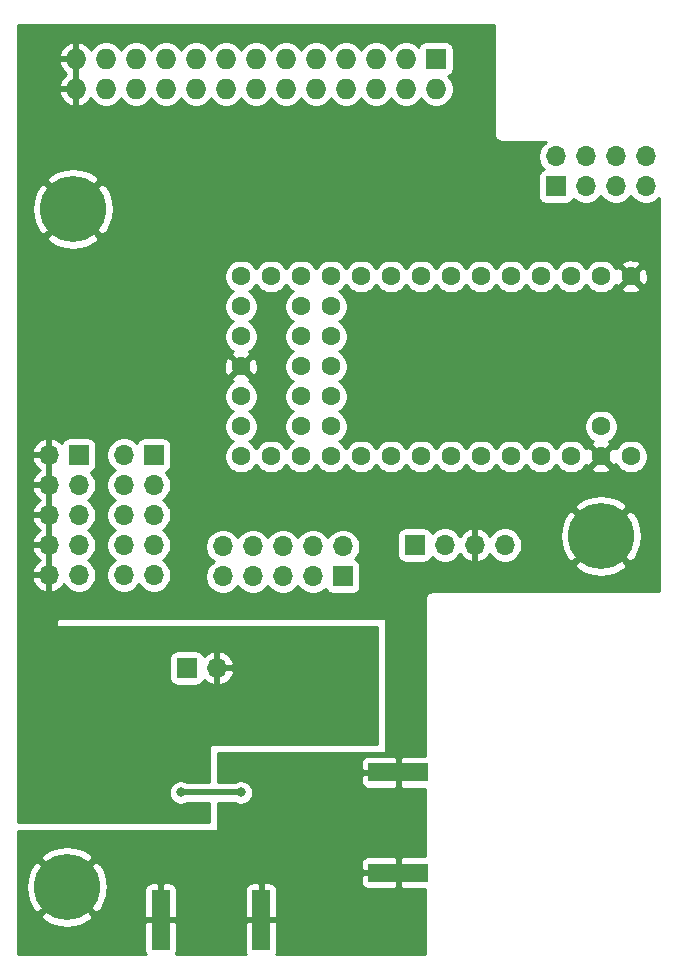
<source format=gbr>
G04 #@! TF.GenerationSoftware,KiCad,Pcbnew,(5.1.5)-3*
G04 #@! TF.CreationDate,2020-06-18T11:59:14-04:00*
G04 #@! TF.ProjectId,red_pitaya_shield,7265645f-7069-4746-9179-615f73686965,rev?*
G04 #@! TF.SameCoordinates,Original*
G04 #@! TF.FileFunction,Copper,L2,Bot*
G04 #@! TF.FilePolarity,Positive*
%FSLAX46Y46*%
G04 Gerber Fmt 4.6, Leading zero omitted, Abs format (unit mm)*
G04 Created by KiCad (PCBNEW (5.1.5)-3) date 2020-06-18 11:59:14*
%MOMM*%
%LPD*%
G04 APERTURE LIST*
%ADD10O,1.727200X1.727200*%
%ADD11R,1.727200X1.727200*%
%ADD12O,1.700000X1.700000*%
%ADD13R,1.700000X1.700000*%
%ADD14C,5.600000*%
%ADD15C,1.600000*%
%ADD16R,1.500000X5.080000*%
%ADD17R,5.080000X1.500000*%
%ADD18C,0.800000*%
%ADD19C,0.500000*%
%ADD20C,0.254000*%
G04 APERTURE END LIST*
D10*
X194310000Y-54102000D03*
X194310000Y-51562000D03*
X196850000Y-54102000D03*
X196850000Y-51562000D03*
X199390000Y-54102000D03*
X199390000Y-51562000D03*
X201930000Y-54102000D03*
X201930000Y-51562000D03*
X204470000Y-54102000D03*
X204470000Y-51562000D03*
X207010000Y-54102000D03*
X207010000Y-51562000D03*
X209550000Y-54102000D03*
X209550000Y-51562000D03*
X212090000Y-54102000D03*
X212090000Y-51562000D03*
X214630000Y-54102000D03*
X214630000Y-51562000D03*
X217170000Y-54102000D03*
X217170000Y-51562000D03*
X219710000Y-54102000D03*
X219710000Y-51562000D03*
X222250000Y-54102000D03*
X222250000Y-51562000D03*
X224790000Y-54102000D03*
D11*
X224790000Y-51562000D03*
D12*
X206248000Y-103124000D03*
D13*
X203708000Y-103124000D03*
D14*
X193548000Y-121666000D03*
X238760000Y-91948000D03*
X194056000Y-64262000D03*
D12*
X206756000Y-92837000D03*
X206756000Y-95377000D03*
X209296000Y-92837000D03*
X209296000Y-95377000D03*
X211836000Y-92837000D03*
X211836000Y-95377000D03*
X214376000Y-92837000D03*
X214376000Y-95377000D03*
X216916000Y-92837000D03*
D13*
X216916000Y-95377000D03*
D12*
X192024000Y-95250000D03*
X194564000Y-95250000D03*
X192024000Y-92710000D03*
X194564000Y-92710000D03*
X192024000Y-90170000D03*
X194564000Y-90170000D03*
X192024000Y-87630000D03*
X194564000Y-87630000D03*
X192024000Y-85090000D03*
D13*
X194564000Y-85090000D03*
D12*
X198374000Y-95250000D03*
X200914000Y-95250000D03*
X198374000Y-92710000D03*
X200914000Y-92710000D03*
X198374000Y-90170000D03*
X200914000Y-90170000D03*
X198374000Y-87630000D03*
X200914000Y-87630000D03*
X198374000Y-85090000D03*
D13*
X200914000Y-85090000D03*
X234950000Y-62357000D03*
D12*
X234950000Y-59817000D03*
X237490000Y-62357000D03*
X237490000Y-59817000D03*
X240030000Y-62357000D03*
X240030000Y-59817000D03*
X242570000Y-62357000D03*
X242570000Y-59817000D03*
D15*
X215900000Y-72517000D03*
X213360000Y-72517000D03*
X215900000Y-75057000D03*
X213360000Y-75057000D03*
X215900000Y-77597000D03*
X213360000Y-77597000D03*
X215900000Y-80137000D03*
X213360000Y-80137000D03*
X215900000Y-82677000D03*
X213360000Y-82677000D03*
X241300000Y-69977000D03*
X238760000Y-69977000D03*
X236220000Y-69977000D03*
X233680000Y-69977000D03*
X231140000Y-69977000D03*
X228600000Y-69977000D03*
X226060000Y-69977000D03*
X223520000Y-69977000D03*
X220980000Y-69977000D03*
X218440000Y-69977000D03*
X215900000Y-69977000D03*
X213360000Y-69977000D03*
X210820000Y-69977000D03*
X238760000Y-82677000D03*
X241300000Y-85217000D03*
X238760000Y-85217000D03*
X236220000Y-85217000D03*
X233680000Y-85217000D03*
X231140000Y-85217000D03*
X228600000Y-85217000D03*
X226060000Y-85217000D03*
X223520000Y-85217000D03*
X220980000Y-85217000D03*
X218440000Y-85217000D03*
X215900000Y-85217000D03*
X213360000Y-85217000D03*
X210820000Y-85217000D03*
X208280000Y-69977000D03*
X208280000Y-72517000D03*
X208280000Y-75057000D03*
X208280000Y-85217000D03*
X208280000Y-82677000D03*
X208280000Y-80137000D03*
X208280000Y-77597000D03*
D12*
X230632000Y-92710000D03*
X228092000Y-92710000D03*
X225552000Y-92710000D03*
D13*
X223012000Y-92710000D03*
D16*
X209990000Y-124460000D03*
X201490000Y-124460000D03*
D17*
X221615000Y-111955000D03*
X221615000Y-120455000D03*
D18*
X239268000Y-68072000D03*
X236728000Y-68072000D03*
X233426000Y-68072000D03*
X215392000Y-111252000D03*
X206756000Y-60198000D03*
X209296000Y-60198000D03*
X211836000Y-60198000D03*
X214376000Y-60198000D03*
X216916000Y-60198000D03*
X219456000Y-60198000D03*
X221996000Y-60198000D03*
X224536000Y-89154000D03*
X209550000Y-86868000D03*
X212090000Y-86868000D03*
X214630000Y-86868000D03*
X217170000Y-86868000D03*
X204978000Y-86106000D03*
X203200000Y-113665000D03*
X208280000Y-113665000D03*
D19*
X203200000Y-113665000D02*
X208280000Y-113665000D01*
D20*
G36*
X229718000Y-57879581D02*
G01*
X229714807Y-57912000D01*
X229727550Y-58041383D01*
X229765290Y-58165793D01*
X229826575Y-58280450D01*
X229909052Y-58380948D01*
X230009550Y-58463425D01*
X230124207Y-58524710D01*
X230248617Y-58562450D01*
X230378000Y-58575193D01*
X230410419Y-58572000D01*
X234140345Y-58572000D01*
X234003368Y-58663525D01*
X233796525Y-58870368D01*
X233634010Y-59113589D01*
X233522068Y-59383842D01*
X233465000Y-59670740D01*
X233465000Y-59963260D01*
X233522068Y-60250158D01*
X233634010Y-60520411D01*
X233796525Y-60763632D01*
X233928380Y-60895487D01*
X233855820Y-60917498D01*
X233745506Y-60976463D01*
X233648815Y-61055815D01*
X233569463Y-61152506D01*
X233510498Y-61262820D01*
X233474188Y-61382518D01*
X233461928Y-61507000D01*
X233461928Y-63207000D01*
X233474188Y-63331482D01*
X233510498Y-63451180D01*
X233569463Y-63561494D01*
X233648815Y-63658185D01*
X233745506Y-63737537D01*
X233855820Y-63796502D01*
X233975518Y-63832812D01*
X234100000Y-63845072D01*
X235800000Y-63845072D01*
X235924482Y-63832812D01*
X236044180Y-63796502D01*
X236154494Y-63737537D01*
X236251185Y-63658185D01*
X236330537Y-63561494D01*
X236389502Y-63451180D01*
X236411513Y-63378620D01*
X236543368Y-63510475D01*
X236786589Y-63672990D01*
X237056842Y-63784932D01*
X237343740Y-63842000D01*
X237636260Y-63842000D01*
X237923158Y-63784932D01*
X238193411Y-63672990D01*
X238436632Y-63510475D01*
X238643475Y-63303632D01*
X238760000Y-63129240D01*
X238876525Y-63303632D01*
X239083368Y-63510475D01*
X239326589Y-63672990D01*
X239596842Y-63784932D01*
X239883740Y-63842000D01*
X240176260Y-63842000D01*
X240463158Y-63784932D01*
X240733411Y-63672990D01*
X240976632Y-63510475D01*
X241183475Y-63303632D01*
X241300000Y-63129240D01*
X241416525Y-63303632D01*
X241623368Y-63510475D01*
X241866589Y-63672990D01*
X242136842Y-63784932D01*
X242423740Y-63842000D01*
X242716260Y-63842000D01*
X243003158Y-63784932D01*
X243273411Y-63672990D01*
X243516632Y-63510475D01*
X243688001Y-63339106D01*
X243688000Y-96622000D01*
X224568419Y-96622000D01*
X224536000Y-96618807D01*
X224503581Y-96622000D01*
X224406617Y-96631550D01*
X224282207Y-96669290D01*
X224167550Y-96730575D01*
X224067052Y-96813052D01*
X223984575Y-96913550D01*
X223923290Y-97028207D01*
X223885550Y-97152617D01*
X223872807Y-97282000D01*
X223876001Y-97314429D01*
X223876001Y-110567308D01*
X221900750Y-110570000D01*
X221742000Y-110728750D01*
X221742000Y-111828000D01*
X221762000Y-111828000D01*
X221762000Y-112082000D01*
X221742000Y-112082000D01*
X221742000Y-113181250D01*
X221900750Y-113340000D01*
X223876000Y-113342692D01*
X223876000Y-119067308D01*
X221900750Y-119070000D01*
X221742000Y-119228750D01*
X221742000Y-120328000D01*
X221762000Y-120328000D01*
X221762000Y-120582000D01*
X221742000Y-120582000D01*
X221742000Y-121681250D01*
X221900750Y-121840000D01*
X223876000Y-121842692D01*
X223876000Y-127356000D01*
X211269301Y-127356000D01*
X211270537Y-127354494D01*
X211329502Y-127244180D01*
X211365812Y-127124482D01*
X211378072Y-127000000D01*
X211375000Y-124745750D01*
X211216250Y-124587000D01*
X210117000Y-124587000D01*
X210117000Y-124607000D01*
X209863000Y-124607000D01*
X209863000Y-124587000D01*
X208763750Y-124587000D01*
X208605000Y-124745750D01*
X208601928Y-127000000D01*
X208614188Y-127124482D01*
X208650498Y-127244180D01*
X208709463Y-127354494D01*
X208710699Y-127356000D01*
X202769301Y-127356000D01*
X202770537Y-127354494D01*
X202829502Y-127244180D01*
X202865812Y-127124482D01*
X202878072Y-127000000D01*
X202875000Y-124745750D01*
X202716250Y-124587000D01*
X201617000Y-124587000D01*
X201617000Y-124607000D01*
X201363000Y-124607000D01*
X201363000Y-124587000D01*
X200263750Y-124587000D01*
X200105000Y-124745750D01*
X200101928Y-127000000D01*
X200114188Y-127124482D01*
X200150498Y-127244180D01*
X200209463Y-127354494D01*
X200210699Y-127356000D01*
X189382000Y-127356000D01*
X189382000Y-124082481D01*
X191311124Y-124082481D01*
X191623308Y-124531177D01*
X192219259Y-124851612D01*
X192866273Y-125049626D01*
X193539484Y-125117610D01*
X194213023Y-125052949D01*
X194861006Y-124858130D01*
X195458530Y-124540639D01*
X195472692Y-124531177D01*
X195784876Y-124082481D01*
X193548000Y-121845605D01*
X191311124Y-124082481D01*
X189382000Y-124082481D01*
X189382000Y-121657484D01*
X190096390Y-121657484D01*
X190161051Y-122331023D01*
X190355870Y-122979006D01*
X190673361Y-123576530D01*
X190682823Y-123590692D01*
X191131519Y-123902876D01*
X193368395Y-121666000D01*
X193727605Y-121666000D01*
X195964481Y-123902876D01*
X196413177Y-123590692D01*
X196733612Y-122994741D01*
X196931626Y-122347727D01*
X196974819Y-121920000D01*
X200101928Y-121920000D01*
X200105000Y-124174250D01*
X200263750Y-124333000D01*
X201363000Y-124333000D01*
X201363000Y-121443750D01*
X201617000Y-121443750D01*
X201617000Y-124333000D01*
X202716250Y-124333000D01*
X202875000Y-124174250D01*
X202878072Y-121920000D01*
X208601928Y-121920000D01*
X208605000Y-124174250D01*
X208763750Y-124333000D01*
X209863000Y-124333000D01*
X209863000Y-121443750D01*
X210117000Y-121443750D01*
X210117000Y-124333000D01*
X211216250Y-124333000D01*
X211375000Y-124174250D01*
X211378072Y-121920000D01*
X211365812Y-121795518D01*
X211329502Y-121675820D01*
X211270537Y-121565506D01*
X211191185Y-121468815D01*
X211094494Y-121389463D01*
X210984180Y-121330498D01*
X210864482Y-121294188D01*
X210740000Y-121281928D01*
X210275750Y-121285000D01*
X210117000Y-121443750D01*
X209863000Y-121443750D01*
X209704250Y-121285000D01*
X209240000Y-121281928D01*
X209115518Y-121294188D01*
X208995820Y-121330498D01*
X208885506Y-121389463D01*
X208788815Y-121468815D01*
X208709463Y-121565506D01*
X208650498Y-121675820D01*
X208614188Y-121795518D01*
X208601928Y-121920000D01*
X202878072Y-121920000D01*
X202865812Y-121795518D01*
X202829502Y-121675820D01*
X202770537Y-121565506D01*
X202691185Y-121468815D01*
X202594494Y-121389463D01*
X202484180Y-121330498D01*
X202364482Y-121294188D01*
X202240000Y-121281928D01*
X201775750Y-121285000D01*
X201617000Y-121443750D01*
X201363000Y-121443750D01*
X201204250Y-121285000D01*
X200740000Y-121281928D01*
X200615518Y-121294188D01*
X200495820Y-121330498D01*
X200385506Y-121389463D01*
X200288815Y-121468815D01*
X200209463Y-121565506D01*
X200150498Y-121675820D01*
X200114188Y-121795518D01*
X200101928Y-121920000D01*
X196974819Y-121920000D01*
X196999610Y-121674516D01*
X196954536Y-121205000D01*
X218436928Y-121205000D01*
X218449188Y-121329482D01*
X218485498Y-121449180D01*
X218544463Y-121559494D01*
X218623815Y-121656185D01*
X218720506Y-121735537D01*
X218830820Y-121794502D01*
X218950518Y-121830812D01*
X219075000Y-121843072D01*
X221329250Y-121840000D01*
X221488000Y-121681250D01*
X221488000Y-120582000D01*
X218598750Y-120582000D01*
X218440000Y-120740750D01*
X218436928Y-121205000D01*
X196954536Y-121205000D01*
X196934949Y-121000977D01*
X196740130Y-120352994D01*
X196422639Y-119755470D01*
X196413177Y-119741308D01*
X196360993Y-119705000D01*
X218436928Y-119705000D01*
X218440000Y-120169250D01*
X218598750Y-120328000D01*
X221488000Y-120328000D01*
X221488000Y-119228750D01*
X221329250Y-119070000D01*
X219075000Y-119066928D01*
X218950518Y-119079188D01*
X218830820Y-119115498D01*
X218720506Y-119174463D01*
X218623815Y-119253815D01*
X218544463Y-119350506D01*
X218485498Y-119460820D01*
X218449188Y-119580518D01*
X218436928Y-119705000D01*
X196360993Y-119705000D01*
X195964481Y-119429124D01*
X193727605Y-121666000D01*
X193368395Y-121666000D01*
X191131519Y-119429124D01*
X190682823Y-119741308D01*
X190362388Y-120337259D01*
X190164374Y-120984273D01*
X190096390Y-121657484D01*
X189382000Y-121657484D01*
X189382000Y-119249519D01*
X191311124Y-119249519D01*
X193548000Y-121486395D01*
X195784876Y-119249519D01*
X195472692Y-118800823D01*
X194876741Y-118480388D01*
X194229727Y-118282374D01*
X193556516Y-118214390D01*
X192882977Y-118279051D01*
X192234994Y-118473870D01*
X191637470Y-118791361D01*
X191623308Y-118800823D01*
X191311124Y-119249519D01*
X189382000Y-119249519D01*
X189382000Y-116967000D01*
X206248000Y-116967000D01*
X206272776Y-116964560D01*
X206296601Y-116957333D01*
X206318557Y-116945597D01*
X206337803Y-116929803D01*
X206353597Y-116910557D01*
X206365333Y-116888601D01*
X206372560Y-116864776D01*
X206375000Y-116840000D01*
X206375000Y-114550000D01*
X207741546Y-114550000D01*
X207789744Y-114582205D01*
X207978102Y-114660226D01*
X208178061Y-114700000D01*
X208381939Y-114700000D01*
X208581898Y-114660226D01*
X208770256Y-114582205D01*
X208939774Y-114468937D01*
X209083937Y-114324774D01*
X209197205Y-114155256D01*
X209275226Y-113966898D01*
X209315000Y-113766939D01*
X209315000Y-113563061D01*
X209275226Y-113363102D01*
X209197205Y-113174744D01*
X209083937Y-113005226D01*
X208939774Y-112861063D01*
X208770256Y-112747795D01*
X208666941Y-112705000D01*
X218436928Y-112705000D01*
X218449188Y-112829482D01*
X218485498Y-112949180D01*
X218544463Y-113059494D01*
X218623815Y-113156185D01*
X218720506Y-113235537D01*
X218830820Y-113294502D01*
X218950518Y-113330812D01*
X219075000Y-113343072D01*
X221329250Y-113340000D01*
X221488000Y-113181250D01*
X221488000Y-112082000D01*
X218598750Y-112082000D01*
X218440000Y-112240750D01*
X218436928Y-112705000D01*
X208666941Y-112705000D01*
X208581898Y-112669774D01*
X208381939Y-112630000D01*
X208178061Y-112630000D01*
X207978102Y-112669774D01*
X207789744Y-112747795D01*
X207741546Y-112780000D01*
X206375000Y-112780000D01*
X206375000Y-111205000D01*
X218436928Y-111205000D01*
X218440000Y-111669250D01*
X218598750Y-111828000D01*
X221488000Y-111828000D01*
X221488000Y-110728750D01*
X221329250Y-110570000D01*
X219075000Y-110566928D01*
X218950518Y-110579188D01*
X218830820Y-110615498D01*
X218720506Y-110674463D01*
X218623815Y-110753815D01*
X218544463Y-110850506D01*
X218485498Y-110960820D01*
X218449188Y-111080518D01*
X218436928Y-111205000D01*
X206375000Y-111205000D01*
X206375000Y-110363000D01*
X220472000Y-110363000D01*
X220496776Y-110360560D01*
X220520601Y-110353333D01*
X220542557Y-110341597D01*
X220561803Y-110325803D01*
X220577597Y-110306557D01*
X220589333Y-110284601D01*
X220596560Y-110260776D01*
X220599000Y-110236000D01*
X220599000Y-99060000D01*
X220596560Y-99035224D01*
X220589333Y-99011399D01*
X220577597Y-98989443D01*
X220561803Y-98970197D01*
X220542557Y-98954403D01*
X220520601Y-98942667D01*
X220496776Y-98935440D01*
X220472000Y-98933000D01*
X192786000Y-98933000D01*
X192761224Y-98935440D01*
X192737399Y-98942667D01*
X192715443Y-98954403D01*
X192696197Y-98970197D01*
X192680403Y-98989443D01*
X192668667Y-99011399D01*
X192661440Y-99035224D01*
X192659000Y-99060000D01*
X192659000Y-99568000D01*
X192661440Y-99592776D01*
X192668667Y-99616601D01*
X192680403Y-99638557D01*
X192696197Y-99657803D01*
X192715443Y-99673597D01*
X192737399Y-99685333D01*
X192761224Y-99692560D01*
X192786000Y-99695000D01*
X219837000Y-99695000D01*
X219837000Y-109601000D01*
X205740000Y-109601000D01*
X205715224Y-109603440D01*
X205691399Y-109610667D01*
X205669443Y-109622403D01*
X205650197Y-109638197D01*
X205634403Y-109657443D01*
X205622667Y-109679399D01*
X205615440Y-109703224D01*
X205613000Y-109728000D01*
X205613000Y-112780000D01*
X203738454Y-112780000D01*
X203690256Y-112747795D01*
X203501898Y-112669774D01*
X203301939Y-112630000D01*
X203098061Y-112630000D01*
X202898102Y-112669774D01*
X202709744Y-112747795D01*
X202540226Y-112861063D01*
X202396063Y-113005226D01*
X202282795Y-113174744D01*
X202204774Y-113363102D01*
X202165000Y-113563061D01*
X202165000Y-113766939D01*
X202204774Y-113966898D01*
X202282795Y-114155256D01*
X202396063Y-114324774D01*
X202540226Y-114468937D01*
X202709744Y-114582205D01*
X202898102Y-114660226D01*
X203098061Y-114700000D01*
X203301939Y-114700000D01*
X203501898Y-114660226D01*
X203690256Y-114582205D01*
X203738454Y-114550000D01*
X205613000Y-114550000D01*
X205613000Y-116205000D01*
X189382000Y-116205000D01*
X189382000Y-102274000D01*
X202219928Y-102274000D01*
X202219928Y-103974000D01*
X202232188Y-104098482D01*
X202268498Y-104218180D01*
X202327463Y-104328494D01*
X202406815Y-104425185D01*
X202503506Y-104504537D01*
X202613820Y-104563502D01*
X202733518Y-104599812D01*
X202858000Y-104612072D01*
X204558000Y-104612072D01*
X204682482Y-104599812D01*
X204802180Y-104563502D01*
X204912494Y-104504537D01*
X205009185Y-104425185D01*
X205088537Y-104328494D01*
X205147502Y-104218180D01*
X205171966Y-104137534D01*
X205247731Y-104221588D01*
X205481080Y-104395641D01*
X205743901Y-104520825D01*
X205891110Y-104565476D01*
X206121000Y-104444155D01*
X206121000Y-103251000D01*
X206375000Y-103251000D01*
X206375000Y-104444155D01*
X206604890Y-104565476D01*
X206752099Y-104520825D01*
X207014920Y-104395641D01*
X207248269Y-104221588D01*
X207443178Y-104005355D01*
X207592157Y-103755252D01*
X207689481Y-103480891D01*
X207568814Y-103251000D01*
X206375000Y-103251000D01*
X206121000Y-103251000D01*
X206101000Y-103251000D01*
X206101000Y-102997000D01*
X206121000Y-102997000D01*
X206121000Y-101803845D01*
X206375000Y-101803845D01*
X206375000Y-102997000D01*
X207568814Y-102997000D01*
X207689481Y-102767109D01*
X207592157Y-102492748D01*
X207443178Y-102242645D01*
X207248269Y-102026412D01*
X207014920Y-101852359D01*
X206752099Y-101727175D01*
X206604890Y-101682524D01*
X206375000Y-101803845D01*
X206121000Y-101803845D01*
X205891110Y-101682524D01*
X205743901Y-101727175D01*
X205481080Y-101852359D01*
X205247731Y-102026412D01*
X205171966Y-102110466D01*
X205147502Y-102029820D01*
X205088537Y-101919506D01*
X205009185Y-101822815D01*
X204912494Y-101743463D01*
X204802180Y-101684498D01*
X204682482Y-101648188D01*
X204558000Y-101635928D01*
X202858000Y-101635928D01*
X202733518Y-101648188D01*
X202613820Y-101684498D01*
X202503506Y-101743463D01*
X202406815Y-101822815D01*
X202327463Y-101919506D01*
X202268498Y-102029820D01*
X202232188Y-102149518D01*
X202219928Y-102274000D01*
X189382000Y-102274000D01*
X189382000Y-95606890D01*
X190582524Y-95606890D01*
X190627175Y-95754099D01*
X190752359Y-96016920D01*
X190926412Y-96250269D01*
X191142645Y-96445178D01*
X191392748Y-96594157D01*
X191667109Y-96691481D01*
X191897000Y-96570814D01*
X191897000Y-95377000D01*
X190703845Y-95377000D01*
X190582524Y-95606890D01*
X189382000Y-95606890D01*
X189382000Y-93066890D01*
X190582524Y-93066890D01*
X190627175Y-93214099D01*
X190752359Y-93476920D01*
X190926412Y-93710269D01*
X191142645Y-93905178D01*
X191268255Y-93980000D01*
X191142645Y-94054822D01*
X190926412Y-94249731D01*
X190752359Y-94483080D01*
X190627175Y-94745901D01*
X190582524Y-94893110D01*
X190703845Y-95123000D01*
X191897000Y-95123000D01*
X191897000Y-92837000D01*
X190703845Y-92837000D01*
X190582524Y-93066890D01*
X189382000Y-93066890D01*
X189382000Y-90526890D01*
X190582524Y-90526890D01*
X190627175Y-90674099D01*
X190752359Y-90936920D01*
X190926412Y-91170269D01*
X191142645Y-91365178D01*
X191268255Y-91440000D01*
X191142645Y-91514822D01*
X190926412Y-91709731D01*
X190752359Y-91943080D01*
X190627175Y-92205901D01*
X190582524Y-92353110D01*
X190703845Y-92583000D01*
X191897000Y-92583000D01*
X191897000Y-90297000D01*
X190703845Y-90297000D01*
X190582524Y-90526890D01*
X189382000Y-90526890D01*
X189382000Y-87986890D01*
X190582524Y-87986890D01*
X190627175Y-88134099D01*
X190752359Y-88396920D01*
X190926412Y-88630269D01*
X191142645Y-88825178D01*
X191268255Y-88900000D01*
X191142645Y-88974822D01*
X190926412Y-89169731D01*
X190752359Y-89403080D01*
X190627175Y-89665901D01*
X190582524Y-89813110D01*
X190703845Y-90043000D01*
X191897000Y-90043000D01*
X191897000Y-87757000D01*
X190703845Y-87757000D01*
X190582524Y-87986890D01*
X189382000Y-87986890D01*
X189382000Y-85446890D01*
X190582524Y-85446890D01*
X190627175Y-85594099D01*
X190752359Y-85856920D01*
X190926412Y-86090269D01*
X191142645Y-86285178D01*
X191268255Y-86360000D01*
X191142645Y-86434822D01*
X190926412Y-86629731D01*
X190752359Y-86863080D01*
X190627175Y-87125901D01*
X190582524Y-87273110D01*
X190703845Y-87503000D01*
X191897000Y-87503000D01*
X191897000Y-85217000D01*
X190703845Y-85217000D01*
X190582524Y-85446890D01*
X189382000Y-85446890D01*
X189382000Y-84733110D01*
X190582524Y-84733110D01*
X190703845Y-84963000D01*
X191897000Y-84963000D01*
X191897000Y-83769186D01*
X192151000Y-83769186D01*
X192151000Y-84963000D01*
X192171000Y-84963000D01*
X192171000Y-85217000D01*
X192151000Y-85217000D01*
X192151000Y-87503000D01*
X192171000Y-87503000D01*
X192171000Y-87757000D01*
X192151000Y-87757000D01*
X192151000Y-90043000D01*
X192171000Y-90043000D01*
X192171000Y-90297000D01*
X192151000Y-90297000D01*
X192151000Y-92583000D01*
X192171000Y-92583000D01*
X192171000Y-92837000D01*
X192151000Y-92837000D01*
X192151000Y-95123000D01*
X192171000Y-95123000D01*
X192171000Y-95377000D01*
X192151000Y-95377000D01*
X192151000Y-96570814D01*
X192380891Y-96691481D01*
X192655252Y-96594157D01*
X192905355Y-96445178D01*
X193121588Y-96250269D01*
X193292900Y-96020594D01*
X193410525Y-96196632D01*
X193617368Y-96403475D01*
X193860589Y-96565990D01*
X194130842Y-96677932D01*
X194417740Y-96735000D01*
X194710260Y-96735000D01*
X194997158Y-96677932D01*
X195267411Y-96565990D01*
X195510632Y-96403475D01*
X195717475Y-96196632D01*
X195879990Y-95953411D01*
X195991932Y-95683158D01*
X196049000Y-95396260D01*
X196049000Y-95103740D01*
X195991932Y-94816842D01*
X195879990Y-94546589D01*
X195717475Y-94303368D01*
X195510632Y-94096525D01*
X195336240Y-93980000D01*
X195510632Y-93863475D01*
X195717475Y-93656632D01*
X195879990Y-93413411D01*
X195991932Y-93143158D01*
X196049000Y-92856260D01*
X196049000Y-92563740D01*
X195991932Y-92276842D01*
X195879990Y-92006589D01*
X195717475Y-91763368D01*
X195510632Y-91556525D01*
X195336240Y-91440000D01*
X195510632Y-91323475D01*
X195717475Y-91116632D01*
X195879990Y-90873411D01*
X195991932Y-90603158D01*
X196049000Y-90316260D01*
X196049000Y-90023740D01*
X195991932Y-89736842D01*
X195879990Y-89466589D01*
X195717475Y-89223368D01*
X195510632Y-89016525D01*
X195336240Y-88900000D01*
X195510632Y-88783475D01*
X195717475Y-88576632D01*
X195879990Y-88333411D01*
X195991932Y-88063158D01*
X196049000Y-87776260D01*
X196049000Y-87483740D01*
X195991932Y-87196842D01*
X195879990Y-86926589D01*
X195717475Y-86683368D01*
X195585620Y-86551513D01*
X195658180Y-86529502D01*
X195768494Y-86470537D01*
X195865185Y-86391185D01*
X195944537Y-86294494D01*
X196003502Y-86184180D01*
X196039812Y-86064482D01*
X196052072Y-85940000D01*
X196052072Y-84943740D01*
X196889000Y-84943740D01*
X196889000Y-85236260D01*
X196946068Y-85523158D01*
X197058010Y-85793411D01*
X197220525Y-86036632D01*
X197427368Y-86243475D01*
X197601760Y-86360000D01*
X197427368Y-86476525D01*
X197220525Y-86683368D01*
X197058010Y-86926589D01*
X196946068Y-87196842D01*
X196889000Y-87483740D01*
X196889000Y-87776260D01*
X196946068Y-88063158D01*
X197058010Y-88333411D01*
X197220525Y-88576632D01*
X197427368Y-88783475D01*
X197601760Y-88900000D01*
X197427368Y-89016525D01*
X197220525Y-89223368D01*
X197058010Y-89466589D01*
X196946068Y-89736842D01*
X196889000Y-90023740D01*
X196889000Y-90316260D01*
X196946068Y-90603158D01*
X197058010Y-90873411D01*
X197220525Y-91116632D01*
X197427368Y-91323475D01*
X197601760Y-91440000D01*
X197427368Y-91556525D01*
X197220525Y-91763368D01*
X197058010Y-92006589D01*
X196946068Y-92276842D01*
X196889000Y-92563740D01*
X196889000Y-92856260D01*
X196946068Y-93143158D01*
X197058010Y-93413411D01*
X197220525Y-93656632D01*
X197427368Y-93863475D01*
X197601760Y-93980000D01*
X197427368Y-94096525D01*
X197220525Y-94303368D01*
X197058010Y-94546589D01*
X196946068Y-94816842D01*
X196889000Y-95103740D01*
X196889000Y-95396260D01*
X196946068Y-95683158D01*
X197058010Y-95953411D01*
X197220525Y-96196632D01*
X197427368Y-96403475D01*
X197670589Y-96565990D01*
X197940842Y-96677932D01*
X198227740Y-96735000D01*
X198520260Y-96735000D01*
X198807158Y-96677932D01*
X199077411Y-96565990D01*
X199320632Y-96403475D01*
X199527475Y-96196632D01*
X199644000Y-96022240D01*
X199760525Y-96196632D01*
X199967368Y-96403475D01*
X200210589Y-96565990D01*
X200480842Y-96677932D01*
X200767740Y-96735000D01*
X201060260Y-96735000D01*
X201347158Y-96677932D01*
X201617411Y-96565990D01*
X201860632Y-96403475D01*
X202067475Y-96196632D01*
X202229990Y-95953411D01*
X202341932Y-95683158D01*
X202399000Y-95396260D01*
X202399000Y-95103740D01*
X202341932Y-94816842D01*
X202229990Y-94546589D01*
X202067475Y-94303368D01*
X201860632Y-94096525D01*
X201686240Y-93980000D01*
X201860632Y-93863475D01*
X202067475Y-93656632D01*
X202229990Y-93413411D01*
X202341932Y-93143158D01*
X202399000Y-92856260D01*
X202399000Y-92690740D01*
X205271000Y-92690740D01*
X205271000Y-92983260D01*
X205328068Y-93270158D01*
X205440010Y-93540411D01*
X205602525Y-93783632D01*
X205809368Y-93990475D01*
X205983760Y-94107000D01*
X205809368Y-94223525D01*
X205602525Y-94430368D01*
X205440010Y-94673589D01*
X205328068Y-94943842D01*
X205271000Y-95230740D01*
X205271000Y-95523260D01*
X205328068Y-95810158D01*
X205440010Y-96080411D01*
X205602525Y-96323632D01*
X205809368Y-96530475D01*
X206052589Y-96692990D01*
X206322842Y-96804932D01*
X206609740Y-96862000D01*
X206902260Y-96862000D01*
X207189158Y-96804932D01*
X207459411Y-96692990D01*
X207702632Y-96530475D01*
X207909475Y-96323632D01*
X208026000Y-96149240D01*
X208142525Y-96323632D01*
X208349368Y-96530475D01*
X208592589Y-96692990D01*
X208862842Y-96804932D01*
X209149740Y-96862000D01*
X209442260Y-96862000D01*
X209729158Y-96804932D01*
X209999411Y-96692990D01*
X210242632Y-96530475D01*
X210449475Y-96323632D01*
X210566000Y-96149240D01*
X210682525Y-96323632D01*
X210889368Y-96530475D01*
X211132589Y-96692990D01*
X211402842Y-96804932D01*
X211689740Y-96862000D01*
X211982260Y-96862000D01*
X212269158Y-96804932D01*
X212539411Y-96692990D01*
X212782632Y-96530475D01*
X212989475Y-96323632D01*
X213106000Y-96149240D01*
X213222525Y-96323632D01*
X213429368Y-96530475D01*
X213672589Y-96692990D01*
X213942842Y-96804932D01*
X214229740Y-96862000D01*
X214522260Y-96862000D01*
X214809158Y-96804932D01*
X215079411Y-96692990D01*
X215322632Y-96530475D01*
X215454487Y-96398620D01*
X215476498Y-96471180D01*
X215535463Y-96581494D01*
X215614815Y-96678185D01*
X215711506Y-96757537D01*
X215821820Y-96816502D01*
X215941518Y-96852812D01*
X216066000Y-96865072D01*
X217766000Y-96865072D01*
X217890482Y-96852812D01*
X218010180Y-96816502D01*
X218120494Y-96757537D01*
X218217185Y-96678185D01*
X218296537Y-96581494D01*
X218355502Y-96471180D01*
X218391812Y-96351482D01*
X218404072Y-96227000D01*
X218404072Y-94527000D01*
X218391812Y-94402518D01*
X218380274Y-94364481D01*
X236523124Y-94364481D01*
X236835308Y-94813177D01*
X237431259Y-95133612D01*
X238078273Y-95331626D01*
X238751484Y-95399610D01*
X239425023Y-95334949D01*
X240073006Y-95140130D01*
X240670530Y-94822639D01*
X240684692Y-94813177D01*
X240996876Y-94364481D01*
X238760000Y-92127605D01*
X236523124Y-94364481D01*
X218380274Y-94364481D01*
X218355502Y-94282820D01*
X218296537Y-94172506D01*
X218217185Y-94075815D01*
X218120494Y-93996463D01*
X218010180Y-93937498D01*
X217937620Y-93915487D01*
X218069475Y-93783632D01*
X218231990Y-93540411D01*
X218343932Y-93270158D01*
X218401000Y-92983260D01*
X218401000Y-92690740D01*
X218343932Y-92403842D01*
X218231990Y-92133589D01*
X218069475Y-91890368D01*
X218039107Y-91860000D01*
X221523928Y-91860000D01*
X221523928Y-93560000D01*
X221536188Y-93684482D01*
X221572498Y-93804180D01*
X221631463Y-93914494D01*
X221710815Y-94011185D01*
X221807506Y-94090537D01*
X221917820Y-94149502D01*
X222037518Y-94185812D01*
X222162000Y-94198072D01*
X223862000Y-94198072D01*
X223986482Y-94185812D01*
X224106180Y-94149502D01*
X224216494Y-94090537D01*
X224313185Y-94011185D01*
X224392537Y-93914494D01*
X224451502Y-93804180D01*
X224473513Y-93731620D01*
X224605368Y-93863475D01*
X224848589Y-94025990D01*
X225118842Y-94137932D01*
X225405740Y-94195000D01*
X225698260Y-94195000D01*
X225985158Y-94137932D01*
X226255411Y-94025990D01*
X226498632Y-93863475D01*
X226705475Y-93656632D01*
X226827195Y-93474466D01*
X226896822Y-93591355D01*
X227091731Y-93807588D01*
X227325080Y-93981641D01*
X227587901Y-94106825D01*
X227735110Y-94151476D01*
X227965000Y-94030155D01*
X227965000Y-92837000D01*
X227945000Y-92837000D01*
X227945000Y-92583000D01*
X227965000Y-92583000D01*
X227965000Y-91389845D01*
X228219000Y-91389845D01*
X228219000Y-92583000D01*
X228239000Y-92583000D01*
X228239000Y-92837000D01*
X228219000Y-92837000D01*
X228219000Y-94030155D01*
X228448890Y-94151476D01*
X228596099Y-94106825D01*
X228858920Y-93981641D01*
X229092269Y-93807588D01*
X229287178Y-93591355D01*
X229356805Y-93474466D01*
X229478525Y-93656632D01*
X229685368Y-93863475D01*
X229928589Y-94025990D01*
X230198842Y-94137932D01*
X230485740Y-94195000D01*
X230778260Y-94195000D01*
X231065158Y-94137932D01*
X231335411Y-94025990D01*
X231578632Y-93863475D01*
X231785475Y-93656632D01*
X231947990Y-93413411D01*
X232059932Y-93143158D01*
X232117000Y-92856260D01*
X232117000Y-92563740D01*
X232059932Y-92276842D01*
X231947990Y-92006589D01*
X231903152Y-91939484D01*
X235308390Y-91939484D01*
X235373051Y-92613023D01*
X235567870Y-93261006D01*
X235885361Y-93858530D01*
X235894823Y-93872692D01*
X236343519Y-94184876D01*
X238580395Y-91948000D01*
X238939605Y-91948000D01*
X241176481Y-94184876D01*
X241625177Y-93872692D01*
X241945612Y-93276741D01*
X242143626Y-92629727D01*
X242211610Y-91956516D01*
X242146949Y-91282977D01*
X241952130Y-90634994D01*
X241634639Y-90037470D01*
X241625177Y-90023308D01*
X241176481Y-89711124D01*
X238939605Y-91948000D01*
X238580395Y-91948000D01*
X236343519Y-89711124D01*
X235894823Y-90023308D01*
X235574388Y-90619259D01*
X235376374Y-91266273D01*
X235308390Y-91939484D01*
X231903152Y-91939484D01*
X231785475Y-91763368D01*
X231578632Y-91556525D01*
X231335411Y-91394010D01*
X231065158Y-91282068D01*
X230778260Y-91225000D01*
X230485740Y-91225000D01*
X230198842Y-91282068D01*
X229928589Y-91394010D01*
X229685368Y-91556525D01*
X229478525Y-91763368D01*
X229356805Y-91945534D01*
X229287178Y-91828645D01*
X229092269Y-91612412D01*
X228858920Y-91438359D01*
X228596099Y-91313175D01*
X228448890Y-91268524D01*
X228219000Y-91389845D01*
X227965000Y-91389845D01*
X227735110Y-91268524D01*
X227587901Y-91313175D01*
X227325080Y-91438359D01*
X227091731Y-91612412D01*
X226896822Y-91828645D01*
X226827195Y-91945534D01*
X226705475Y-91763368D01*
X226498632Y-91556525D01*
X226255411Y-91394010D01*
X225985158Y-91282068D01*
X225698260Y-91225000D01*
X225405740Y-91225000D01*
X225118842Y-91282068D01*
X224848589Y-91394010D01*
X224605368Y-91556525D01*
X224473513Y-91688380D01*
X224451502Y-91615820D01*
X224392537Y-91505506D01*
X224313185Y-91408815D01*
X224216494Y-91329463D01*
X224106180Y-91270498D01*
X223986482Y-91234188D01*
X223862000Y-91221928D01*
X222162000Y-91221928D01*
X222037518Y-91234188D01*
X221917820Y-91270498D01*
X221807506Y-91329463D01*
X221710815Y-91408815D01*
X221631463Y-91505506D01*
X221572498Y-91615820D01*
X221536188Y-91735518D01*
X221523928Y-91860000D01*
X218039107Y-91860000D01*
X217862632Y-91683525D01*
X217619411Y-91521010D01*
X217349158Y-91409068D01*
X217062260Y-91352000D01*
X216769740Y-91352000D01*
X216482842Y-91409068D01*
X216212589Y-91521010D01*
X215969368Y-91683525D01*
X215762525Y-91890368D01*
X215646000Y-92064760D01*
X215529475Y-91890368D01*
X215322632Y-91683525D01*
X215079411Y-91521010D01*
X214809158Y-91409068D01*
X214522260Y-91352000D01*
X214229740Y-91352000D01*
X213942842Y-91409068D01*
X213672589Y-91521010D01*
X213429368Y-91683525D01*
X213222525Y-91890368D01*
X213106000Y-92064760D01*
X212989475Y-91890368D01*
X212782632Y-91683525D01*
X212539411Y-91521010D01*
X212269158Y-91409068D01*
X211982260Y-91352000D01*
X211689740Y-91352000D01*
X211402842Y-91409068D01*
X211132589Y-91521010D01*
X210889368Y-91683525D01*
X210682525Y-91890368D01*
X210566000Y-92064760D01*
X210449475Y-91890368D01*
X210242632Y-91683525D01*
X209999411Y-91521010D01*
X209729158Y-91409068D01*
X209442260Y-91352000D01*
X209149740Y-91352000D01*
X208862842Y-91409068D01*
X208592589Y-91521010D01*
X208349368Y-91683525D01*
X208142525Y-91890368D01*
X208026000Y-92064760D01*
X207909475Y-91890368D01*
X207702632Y-91683525D01*
X207459411Y-91521010D01*
X207189158Y-91409068D01*
X206902260Y-91352000D01*
X206609740Y-91352000D01*
X206322842Y-91409068D01*
X206052589Y-91521010D01*
X205809368Y-91683525D01*
X205602525Y-91890368D01*
X205440010Y-92133589D01*
X205328068Y-92403842D01*
X205271000Y-92690740D01*
X202399000Y-92690740D01*
X202399000Y-92563740D01*
X202341932Y-92276842D01*
X202229990Y-92006589D01*
X202067475Y-91763368D01*
X201860632Y-91556525D01*
X201686240Y-91440000D01*
X201860632Y-91323475D01*
X202067475Y-91116632D01*
X202229990Y-90873411D01*
X202341932Y-90603158D01*
X202399000Y-90316260D01*
X202399000Y-90023740D01*
X202341932Y-89736842D01*
X202256885Y-89531519D01*
X236523124Y-89531519D01*
X238760000Y-91768395D01*
X240996876Y-89531519D01*
X240684692Y-89082823D01*
X240088741Y-88762388D01*
X239441727Y-88564374D01*
X238768516Y-88496390D01*
X238094977Y-88561051D01*
X237446994Y-88755870D01*
X236849470Y-89073361D01*
X236835308Y-89082823D01*
X236523124Y-89531519D01*
X202256885Y-89531519D01*
X202229990Y-89466589D01*
X202067475Y-89223368D01*
X201860632Y-89016525D01*
X201686240Y-88900000D01*
X201860632Y-88783475D01*
X202067475Y-88576632D01*
X202229990Y-88333411D01*
X202341932Y-88063158D01*
X202399000Y-87776260D01*
X202399000Y-87483740D01*
X202341932Y-87196842D01*
X202229990Y-86926589D01*
X202067475Y-86683368D01*
X201935620Y-86551513D01*
X202008180Y-86529502D01*
X202118494Y-86470537D01*
X202215185Y-86391185D01*
X202294537Y-86294494D01*
X202353502Y-86184180D01*
X202389812Y-86064482D01*
X202402072Y-85940000D01*
X202402072Y-84240000D01*
X202389812Y-84115518D01*
X202353502Y-83995820D01*
X202294537Y-83885506D01*
X202215185Y-83788815D01*
X202118494Y-83709463D01*
X202008180Y-83650498D01*
X201888482Y-83614188D01*
X201764000Y-83601928D01*
X200064000Y-83601928D01*
X199939518Y-83614188D01*
X199819820Y-83650498D01*
X199709506Y-83709463D01*
X199612815Y-83788815D01*
X199533463Y-83885506D01*
X199474498Y-83995820D01*
X199452487Y-84068380D01*
X199320632Y-83936525D01*
X199077411Y-83774010D01*
X198807158Y-83662068D01*
X198520260Y-83605000D01*
X198227740Y-83605000D01*
X197940842Y-83662068D01*
X197670589Y-83774010D01*
X197427368Y-83936525D01*
X197220525Y-84143368D01*
X197058010Y-84386589D01*
X196946068Y-84656842D01*
X196889000Y-84943740D01*
X196052072Y-84943740D01*
X196052072Y-84240000D01*
X196039812Y-84115518D01*
X196003502Y-83995820D01*
X195944537Y-83885506D01*
X195865185Y-83788815D01*
X195768494Y-83709463D01*
X195658180Y-83650498D01*
X195538482Y-83614188D01*
X195414000Y-83601928D01*
X193714000Y-83601928D01*
X193589518Y-83614188D01*
X193469820Y-83650498D01*
X193359506Y-83709463D01*
X193262815Y-83788815D01*
X193183463Y-83885506D01*
X193124498Y-83995820D01*
X193101502Y-84071626D01*
X192905355Y-83894822D01*
X192655252Y-83745843D01*
X192380891Y-83648519D01*
X192151000Y-83769186D01*
X191897000Y-83769186D01*
X191667109Y-83648519D01*
X191392748Y-83745843D01*
X191142645Y-83894822D01*
X190926412Y-84089731D01*
X190752359Y-84323080D01*
X190627175Y-84585901D01*
X190582524Y-84733110D01*
X189382000Y-84733110D01*
X189382000Y-77667512D01*
X206839783Y-77667512D01*
X206881213Y-77947130D01*
X206976397Y-78213292D01*
X207043329Y-78338514D01*
X207287298Y-78410097D01*
X208100395Y-77597000D01*
X208459605Y-77597000D01*
X209272702Y-78410097D01*
X209516671Y-78338514D01*
X209637571Y-78083004D01*
X209706300Y-77808816D01*
X209720217Y-77526488D01*
X209678787Y-77246870D01*
X209583603Y-76980708D01*
X209516671Y-76855486D01*
X209272702Y-76783903D01*
X208459605Y-77597000D01*
X208100395Y-77597000D01*
X207287298Y-76783903D01*
X207043329Y-76855486D01*
X206922429Y-77110996D01*
X206853700Y-77385184D01*
X206839783Y-77667512D01*
X189382000Y-77667512D01*
X189382000Y-69835665D01*
X206845000Y-69835665D01*
X206845000Y-70118335D01*
X206900147Y-70395574D01*
X207008320Y-70656727D01*
X207165363Y-70891759D01*
X207365241Y-71091637D01*
X207597759Y-71247000D01*
X207365241Y-71402363D01*
X207165363Y-71602241D01*
X207008320Y-71837273D01*
X206900147Y-72098426D01*
X206845000Y-72375665D01*
X206845000Y-72658335D01*
X206900147Y-72935574D01*
X207008320Y-73196727D01*
X207165363Y-73431759D01*
X207365241Y-73631637D01*
X207597759Y-73787000D01*
X207365241Y-73942363D01*
X207165363Y-74142241D01*
X207008320Y-74377273D01*
X206900147Y-74638426D01*
X206845000Y-74915665D01*
X206845000Y-75198335D01*
X206900147Y-75475574D01*
X207008320Y-75736727D01*
X207165363Y-75971759D01*
X207365241Y-76171637D01*
X207599128Y-76327915D01*
X207538486Y-76360329D01*
X207466903Y-76604298D01*
X208280000Y-77417395D01*
X209093097Y-76604298D01*
X209021514Y-76360329D01*
X208957008Y-76329806D01*
X208959727Y-76328680D01*
X209194759Y-76171637D01*
X209394637Y-75971759D01*
X209551680Y-75736727D01*
X209659853Y-75475574D01*
X209715000Y-75198335D01*
X209715000Y-74915665D01*
X209659853Y-74638426D01*
X209551680Y-74377273D01*
X209394637Y-74142241D01*
X209194759Y-73942363D01*
X208962241Y-73787000D01*
X209194759Y-73631637D01*
X209394637Y-73431759D01*
X209551680Y-73196727D01*
X209659853Y-72935574D01*
X209715000Y-72658335D01*
X209715000Y-72375665D01*
X209659853Y-72098426D01*
X209551680Y-71837273D01*
X209394637Y-71602241D01*
X209194759Y-71402363D01*
X208962241Y-71247000D01*
X209194759Y-71091637D01*
X209394637Y-70891759D01*
X209550000Y-70659241D01*
X209705363Y-70891759D01*
X209905241Y-71091637D01*
X210140273Y-71248680D01*
X210401426Y-71356853D01*
X210678665Y-71412000D01*
X210961335Y-71412000D01*
X211238574Y-71356853D01*
X211499727Y-71248680D01*
X211734759Y-71091637D01*
X211934637Y-70891759D01*
X212090000Y-70659241D01*
X212245363Y-70891759D01*
X212445241Y-71091637D01*
X212677759Y-71247000D01*
X212445241Y-71402363D01*
X212245363Y-71602241D01*
X212088320Y-71837273D01*
X211980147Y-72098426D01*
X211925000Y-72375665D01*
X211925000Y-72658335D01*
X211980147Y-72935574D01*
X212088320Y-73196727D01*
X212245363Y-73431759D01*
X212445241Y-73631637D01*
X212677759Y-73787000D01*
X212445241Y-73942363D01*
X212245363Y-74142241D01*
X212088320Y-74377273D01*
X211980147Y-74638426D01*
X211925000Y-74915665D01*
X211925000Y-75198335D01*
X211980147Y-75475574D01*
X212088320Y-75736727D01*
X212245363Y-75971759D01*
X212445241Y-76171637D01*
X212677759Y-76327000D01*
X212445241Y-76482363D01*
X212245363Y-76682241D01*
X212088320Y-76917273D01*
X211980147Y-77178426D01*
X211925000Y-77455665D01*
X211925000Y-77738335D01*
X211980147Y-78015574D01*
X212088320Y-78276727D01*
X212245363Y-78511759D01*
X212445241Y-78711637D01*
X212677759Y-78867000D01*
X212445241Y-79022363D01*
X212245363Y-79222241D01*
X212088320Y-79457273D01*
X211980147Y-79718426D01*
X211925000Y-79995665D01*
X211925000Y-80278335D01*
X211980147Y-80555574D01*
X212088320Y-80816727D01*
X212245363Y-81051759D01*
X212445241Y-81251637D01*
X212677759Y-81407000D01*
X212445241Y-81562363D01*
X212245363Y-81762241D01*
X212088320Y-81997273D01*
X211980147Y-82258426D01*
X211925000Y-82535665D01*
X211925000Y-82818335D01*
X211980147Y-83095574D01*
X212088320Y-83356727D01*
X212245363Y-83591759D01*
X212445241Y-83791637D01*
X212677759Y-83947000D01*
X212445241Y-84102363D01*
X212245363Y-84302241D01*
X212090000Y-84534759D01*
X211934637Y-84302241D01*
X211734759Y-84102363D01*
X211499727Y-83945320D01*
X211238574Y-83837147D01*
X210961335Y-83782000D01*
X210678665Y-83782000D01*
X210401426Y-83837147D01*
X210140273Y-83945320D01*
X209905241Y-84102363D01*
X209705363Y-84302241D01*
X209550000Y-84534759D01*
X209394637Y-84302241D01*
X209194759Y-84102363D01*
X208962241Y-83947000D01*
X209194759Y-83791637D01*
X209394637Y-83591759D01*
X209551680Y-83356727D01*
X209659853Y-83095574D01*
X209715000Y-82818335D01*
X209715000Y-82535665D01*
X209659853Y-82258426D01*
X209551680Y-81997273D01*
X209394637Y-81762241D01*
X209194759Y-81562363D01*
X208962241Y-81407000D01*
X209194759Y-81251637D01*
X209394637Y-81051759D01*
X209551680Y-80816727D01*
X209659853Y-80555574D01*
X209715000Y-80278335D01*
X209715000Y-79995665D01*
X209659853Y-79718426D01*
X209551680Y-79457273D01*
X209394637Y-79222241D01*
X209194759Y-79022363D01*
X208960872Y-78866085D01*
X209021514Y-78833671D01*
X209093097Y-78589702D01*
X208280000Y-77776605D01*
X207466903Y-78589702D01*
X207538486Y-78833671D01*
X207602992Y-78864194D01*
X207600273Y-78865320D01*
X207365241Y-79022363D01*
X207165363Y-79222241D01*
X207008320Y-79457273D01*
X206900147Y-79718426D01*
X206845000Y-79995665D01*
X206845000Y-80278335D01*
X206900147Y-80555574D01*
X207008320Y-80816727D01*
X207165363Y-81051759D01*
X207365241Y-81251637D01*
X207597759Y-81407000D01*
X207365241Y-81562363D01*
X207165363Y-81762241D01*
X207008320Y-81997273D01*
X206900147Y-82258426D01*
X206845000Y-82535665D01*
X206845000Y-82818335D01*
X206900147Y-83095574D01*
X207008320Y-83356727D01*
X207165363Y-83591759D01*
X207365241Y-83791637D01*
X207597759Y-83947000D01*
X207365241Y-84102363D01*
X207165363Y-84302241D01*
X207008320Y-84537273D01*
X206900147Y-84798426D01*
X206845000Y-85075665D01*
X206845000Y-85358335D01*
X206900147Y-85635574D01*
X207008320Y-85896727D01*
X207165363Y-86131759D01*
X207365241Y-86331637D01*
X207600273Y-86488680D01*
X207861426Y-86596853D01*
X208138665Y-86652000D01*
X208421335Y-86652000D01*
X208698574Y-86596853D01*
X208959727Y-86488680D01*
X209194759Y-86331637D01*
X209394637Y-86131759D01*
X209550000Y-85899241D01*
X209705363Y-86131759D01*
X209905241Y-86331637D01*
X210140273Y-86488680D01*
X210401426Y-86596853D01*
X210678665Y-86652000D01*
X210961335Y-86652000D01*
X211238574Y-86596853D01*
X211499727Y-86488680D01*
X211734759Y-86331637D01*
X211934637Y-86131759D01*
X212090000Y-85899241D01*
X212245363Y-86131759D01*
X212445241Y-86331637D01*
X212680273Y-86488680D01*
X212941426Y-86596853D01*
X213218665Y-86652000D01*
X213501335Y-86652000D01*
X213778574Y-86596853D01*
X214039727Y-86488680D01*
X214274759Y-86331637D01*
X214474637Y-86131759D01*
X214630000Y-85899241D01*
X214785363Y-86131759D01*
X214985241Y-86331637D01*
X215220273Y-86488680D01*
X215481426Y-86596853D01*
X215758665Y-86652000D01*
X216041335Y-86652000D01*
X216318574Y-86596853D01*
X216579727Y-86488680D01*
X216814759Y-86331637D01*
X217014637Y-86131759D01*
X217170000Y-85899241D01*
X217325363Y-86131759D01*
X217525241Y-86331637D01*
X217760273Y-86488680D01*
X218021426Y-86596853D01*
X218298665Y-86652000D01*
X218581335Y-86652000D01*
X218858574Y-86596853D01*
X219119727Y-86488680D01*
X219354759Y-86331637D01*
X219554637Y-86131759D01*
X219710000Y-85899241D01*
X219865363Y-86131759D01*
X220065241Y-86331637D01*
X220300273Y-86488680D01*
X220561426Y-86596853D01*
X220838665Y-86652000D01*
X221121335Y-86652000D01*
X221398574Y-86596853D01*
X221659727Y-86488680D01*
X221894759Y-86331637D01*
X222094637Y-86131759D01*
X222250000Y-85899241D01*
X222405363Y-86131759D01*
X222605241Y-86331637D01*
X222840273Y-86488680D01*
X223101426Y-86596853D01*
X223378665Y-86652000D01*
X223661335Y-86652000D01*
X223938574Y-86596853D01*
X224199727Y-86488680D01*
X224434759Y-86331637D01*
X224634637Y-86131759D01*
X224790000Y-85899241D01*
X224945363Y-86131759D01*
X225145241Y-86331637D01*
X225380273Y-86488680D01*
X225641426Y-86596853D01*
X225918665Y-86652000D01*
X226201335Y-86652000D01*
X226478574Y-86596853D01*
X226739727Y-86488680D01*
X226974759Y-86331637D01*
X227174637Y-86131759D01*
X227330000Y-85899241D01*
X227485363Y-86131759D01*
X227685241Y-86331637D01*
X227920273Y-86488680D01*
X228181426Y-86596853D01*
X228458665Y-86652000D01*
X228741335Y-86652000D01*
X229018574Y-86596853D01*
X229279727Y-86488680D01*
X229514759Y-86331637D01*
X229714637Y-86131759D01*
X229870000Y-85899241D01*
X230025363Y-86131759D01*
X230225241Y-86331637D01*
X230460273Y-86488680D01*
X230721426Y-86596853D01*
X230998665Y-86652000D01*
X231281335Y-86652000D01*
X231558574Y-86596853D01*
X231819727Y-86488680D01*
X232054759Y-86331637D01*
X232254637Y-86131759D01*
X232410000Y-85899241D01*
X232565363Y-86131759D01*
X232765241Y-86331637D01*
X233000273Y-86488680D01*
X233261426Y-86596853D01*
X233538665Y-86652000D01*
X233821335Y-86652000D01*
X234098574Y-86596853D01*
X234359727Y-86488680D01*
X234594759Y-86331637D01*
X234794637Y-86131759D01*
X234950000Y-85899241D01*
X235105363Y-86131759D01*
X235305241Y-86331637D01*
X235540273Y-86488680D01*
X235801426Y-86596853D01*
X236078665Y-86652000D01*
X236361335Y-86652000D01*
X236638574Y-86596853D01*
X236899727Y-86488680D01*
X237134759Y-86331637D01*
X237256694Y-86209702D01*
X237946903Y-86209702D01*
X238018486Y-86453671D01*
X238273996Y-86574571D01*
X238548184Y-86643300D01*
X238830512Y-86657217D01*
X239110130Y-86615787D01*
X239376292Y-86520603D01*
X239501514Y-86453671D01*
X239573097Y-86209702D01*
X238760000Y-85396605D01*
X237946903Y-86209702D01*
X237256694Y-86209702D01*
X237334637Y-86131759D01*
X237490915Y-85897872D01*
X237523329Y-85958514D01*
X237767298Y-86030097D01*
X238580395Y-85217000D01*
X238939605Y-85217000D01*
X239752702Y-86030097D01*
X239996671Y-85958514D01*
X240027194Y-85894008D01*
X240028320Y-85896727D01*
X240185363Y-86131759D01*
X240385241Y-86331637D01*
X240620273Y-86488680D01*
X240881426Y-86596853D01*
X241158665Y-86652000D01*
X241441335Y-86652000D01*
X241718574Y-86596853D01*
X241979727Y-86488680D01*
X242214759Y-86331637D01*
X242414637Y-86131759D01*
X242571680Y-85896727D01*
X242679853Y-85635574D01*
X242735000Y-85358335D01*
X242735000Y-85075665D01*
X242679853Y-84798426D01*
X242571680Y-84537273D01*
X242414637Y-84302241D01*
X242214759Y-84102363D01*
X241979727Y-83945320D01*
X241718574Y-83837147D01*
X241441335Y-83782000D01*
X241158665Y-83782000D01*
X240881426Y-83837147D01*
X240620273Y-83945320D01*
X240385241Y-84102363D01*
X240185363Y-84302241D01*
X240029085Y-84536128D01*
X239996671Y-84475486D01*
X239752702Y-84403903D01*
X238939605Y-85217000D01*
X238580395Y-85217000D01*
X237767298Y-84403903D01*
X237523329Y-84475486D01*
X237492806Y-84539992D01*
X237491680Y-84537273D01*
X237334637Y-84302241D01*
X237134759Y-84102363D01*
X236899727Y-83945320D01*
X236638574Y-83837147D01*
X236361335Y-83782000D01*
X236078665Y-83782000D01*
X235801426Y-83837147D01*
X235540273Y-83945320D01*
X235305241Y-84102363D01*
X235105363Y-84302241D01*
X234950000Y-84534759D01*
X234794637Y-84302241D01*
X234594759Y-84102363D01*
X234359727Y-83945320D01*
X234098574Y-83837147D01*
X233821335Y-83782000D01*
X233538665Y-83782000D01*
X233261426Y-83837147D01*
X233000273Y-83945320D01*
X232765241Y-84102363D01*
X232565363Y-84302241D01*
X232410000Y-84534759D01*
X232254637Y-84302241D01*
X232054759Y-84102363D01*
X231819727Y-83945320D01*
X231558574Y-83837147D01*
X231281335Y-83782000D01*
X230998665Y-83782000D01*
X230721426Y-83837147D01*
X230460273Y-83945320D01*
X230225241Y-84102363D01*
X230025363Y-84302241D01*
X229870000Y-84534759D01*
X229714637Y-84302241D01*
X229514759Y-84102363D01*
X229279727Y-83945320D01*
X229018574Y-83837147D01*
X228741335Y-83782000D01*
X228458665Y-83782000D01*
X228181426Y-83837147D01*
X227920273Y-83945320D01*
X227685241Y-84102363D01*
X227485363Y-84302241D01*
X227330000Y-84534759D01*
X227174637Y-84302241D01*
X226974759Y-84102363D01*
X226739727Y-83945320D01*
X226478574Y-83837147D01*
X226201335Y-83782000D01*
X225918665Y-83782000D01*
X225641426Y-83837147D01*
X225380273Y-83945320D01*
X225145241Y-84102363D01*
X224945363Y-84302241D01*
X224790000Y-84534759D01*
X224634637Y-84302241D01*
X224434759Y-84102363D01*
X224199727Y-83945320D01*
X223938574Y-83837147D01*
X223661335Y-83782000D01*
X223378665Y-83782000D01*
X223101426Y-83837147D01*
X222840273Y-83945320D01*
X222605241Y-84102363D01*
X222405363Y-84302241D01*
X222250000Y-84534759D01*
X222094637Y-84302241D01*
X221894759Y-84102363D01*
X221659727Y-83945320D01*
X221398574Y-83837147D01*
X221121335Y-83782000D01*
X220838665Y-83782000D01*
X220561426Y-83837147D01*
X220300273Y-83945320D01*
X220065241Y-84102363D01*
X219865363Y-84302241D01*
X219710000Y-84534759D01*
X219554637Y-84302241D01*
X219354759Y-84102363D01*
X219119727Y-83945320D01*
X218858574Y-83837147D01*
X218581335Y-83782000D01*
X218298665Y-83782000D01*
X218021426Y-83837147D01*
X217760273Y-83945320D01*
X217525241Y-84102363D01*
X217325363Y-84302241D01*
X217170000Y-84534759D01*
X217014637Y-84302241D01*
X216814759Y-84102363D01*
X216582241Y-83947000D01*
X216814759Y-83791637D01*
X217014637Y-83591759D01*
X217171680Y-83356727D01*
X217279853Y-83095574D01*
X217335000Y-82818335D01*
X217335000Y-82535665D01*
X237325000Y-82535665D01*
X237325000Y-82818335D01*
X237380147Y-83095574D01*
X237488320Y-83356727D01*
X237645363Y-83591759D01*
X237845241Y-83791637D01*
X238079128Y-83947915D01*
X238018486Y-83980329D01*
X237946903Y-84224298D01*
X238760000Y-85037395D01*
X239573097Y-84224298D01*
X239501514Y-83980329D01*
X239437008Y-83949806D01*
X239439727Y-83948680D01*
X239674759Y-83791637D01*
X239874637Y-83591759D01*
X240031680Y-83356727D01*
X240139853Y-83095574D01*
X240195000Y-82818335D01*
X240195000Y-82535665D01*
X240139853Y-82258426D01*
X240031680Y-81997273D01*
X239874637Y-81762241D01*
X239674759Y-81562363D01*
X239439727Y-81405320D01*
X239178574Y-81297147D01*
X238901335Y-81242000D01*
X238618665Y-81242000D01*
X238341426Y-81297147D01*
X238080273Y-81405320D01*
X237845241Y-81562363D01*
X237645363Y-81762241D01*
X237488320Y-81997273D01*
X237380147Y-82258426D01*
X237325000Y-82535665D01*
X217335000Y-82535665D01*
X217279853Y-82258426D01*
X217171680Y-81997273D01*
X217014637Y-81762241D01*
X216814759Y-81562363D01*
X216582241Y-81407000D01*
X216814759Y-81251637D01*
X217014637Y-81051759D01*
X217171680Y-80816727D01*
X217279853Y-80555574D01*
X217335000Y-80278335D01*
X217335000Y-79995665D01*
X217279853Y-79718426D01*
X217171680Y-79457273D01*
X217014637Y-79222241D01*
X216814759Y-79022363D01*
X216582241Y-78867000D01*
X216814759Y-78711637D01*
X217014637Y-78511759D01*
X217171680Y-78276727D01*
X217279853Y-78015574D01*
X217335000Y-77738335D01*
X217335000Y-77455665D01*
X217279853Y-77178426D01*
X217171680Y-76917273D01*
X217014637Y-76682241D01*
X216814759Y-76482363D01*
X216582241Y-76327000D01*
X216814759Y-76171637D01*
X217014637Y-75971759D01*
X217171680Y-75736727D01*
X217279853Y-75475574D01*
X217335000Y-75198335D01*
X217335000Y-74915665D01*
X217279853Y-74638426D01*
X217171680Y-74377273D01*
X217014637Y-74142241D01*
X216814759Y-73942363D01*
X216582241Y-73787000D01*
X216814759Y-73631637D01*
X217014637Y-73431759D01*
X217171680Y-73196727D01*
X217279853Y-72935574D01*
X217335000Y-72658335D01*
X217335000Y-72375665D01*
X217279853Y-72098426D01*
X217171680Y-71837273D01*
X217014637Y-71602241D01*
X216814759Y-71402363D01*
X216582241Y-71247000D01*
X216814759Y-71091637D01*
X217014637Y-70891759D01*
X217170000Y-70659241D01*
X217325363Y-70891759D01*
X217525241Y-71091637D01*
X217760273Y-71248680D01*
X218021426Y-71356853D01*
X218298665Y-71412000D01*
X218581335Y-71412000D01*
X218858574Y-71356853D01*
X219119727Y-71248680D01*
X219354759Y-71091637D01*
X219554637Y-70891759D01*
X219710000Y-70659241D01*
X219865363Y-70891759D01*
X220065241Y-71091637D01*
X220300273Y-71248680D01*
X220561426Y-71356853D01*
X220838665Y-71412000D01*
X221121335Y-71412000D01*
X221398574Y-71356853D01*
X221659727Y-71248680D01*
X221894759Y-71091637D01*
X222094637Y-70891759D01*
X222250000Y-70659241D01*
X222405363Y-70891759D01*
X222605241Y-71091637D01*
X222840273Y-71248680D01*
X223101426Y-71356853D01*
X223378665Y-71412000D01*
X223661335Y-71412000D01*
X223938574Y-71356853D01*
X224199727Y-71248680D01*
X224434759Y-71091637D01*
X224634637Y-70891759D01*
X224790000Y-70659241D01*
X224945363Y-70891759D01*
X225145241Y-71091637D01*
X225380273Y-71248680D01*
X225641426Y-71356853D01*
X225918665Y-71412000D01*
X226201335Y-71412000D01*
X226478574Y-71356853D01*
X226739727Y-71248680D01*
X226974759Y-71091637D01*
X227174637Y-70891759D01*
X227330000Y-70659241D01*
X227485363Y-70891759D01*
X227685241Y-71091637D01*
X227920273Y-71248680D01*
X228181426Y-71356853D01*
X228458665Y-71412000D01*
X228741335Y-71412000D01*
X229018574Y-71356853D01*
X229279727Y-71248680D01*
X229514759Y-71091637D01*
X229714637Y-70891759D01*
X229870000Y-70659241D01*
X230025363Y-70891759D01*
X230225241Y-71091637D01*
X230460273Y-71248680D01*
X230721426Y-71356853D01*
X230998665Y-71412000D01*
X231281335Y-71412000D01*
X231558574Y-71356853D01*
X231819727Y-71248680D01*
X232054759Y-71091637D01*
X232254637Y-70891759D01*
X232410000Y-70659241D01*
X232565363Y-70891759D01*
X232765241Y-71091637D01*
X233000273Y-71248680D01*
X233261426Y-71356853D01*
X233538665Y-71412000D01*
X233821335Y-71412000D01*
X234098574Y-71356853D01*
X234359727Y-71248680D01*
X234594759Y-71091637D01*
X234794637Y-70891759D01*
X234950000Y-70659241D01*
X235105363Y-70891759D01*
X235305241Y-71091637D01*
X235540273Y-71248680D01*
X235801426Y-71356853D01*
X236078665Y-71412000D01*
X236361335Y-71412000D01*
X236638574Y-71356853D01*
X236899727Y-71248680D01*
X237134759Y-71091637D01*
X237334637Y-70891759D01*
X237490000Y-70659241D01*
X237645363Y-70891759D01*
X237845241Y-71091637D01*
X238080273Y-71248680D01*
X238341426Y-71356853D01*
X238618665Y-71412000D01*
X238901335Y-71412000D01*
X239178574Y-71356853D01*
X239439727Y-71248680D01*
X239674759Y-71091637D01*
X239796694Y-70969702D01*
X240486903Y-70969702D01*
X240558486Y-71213671D01*
X240813996Y-71334571D01*
X241088184Y-71403300D01*
X241370512Y-71417217D01*
X241650130Y-71375787D01*
X241916292Y-71280603D01*
X242041514Y-71213671D01*
X242113097Y-70969702D01*
X241300000Y-70156605D01*
X240486903Y-70969702D01*
X239796694Y-70969702D01*
X239874637Y-70891759D01*
X240030915Y-70657872D01*
X240063329Y-70718514D01*
X240307298Y-70790097D01*
X241120395Y-69977000D01*
X241479605Y-69977000D01*
X242292702Y-70790097D01*
X242536671Y-70718514D01*
X242657571Y-70463004D01*
X242726300Y-70188816D01*
X242740217Y-69906488D01*
X242698787Y-69626870D01*
X242603603Y-69360708D01*
X242536671Y-69235486D01*
X242292702Y-69163903D01*
X241479605Y-69977000D01*
X241120395Y-69977000D01*
X240307298Y-69163903D01*
X240063329Y-69235486D01*
X240032806Y-69299992D01*
X240031680Y-69297273D01*
X239874637Y-69062241D01*
X239796694Y-68984298D01*
X240486903Y-68984298D01*
X241300000Y-69797395D01*
X242113097Y-68984298D01*
X242041514Y-68740329D01*
X241786004Y-68619429D01*
X241511816Y-68550700D01*
X241229488Y-68536783D01*
X240949870Y-68578213D01*
X240683708Y-68673397D01*
X240558486Y-68740329D01*
X240486903Y-68984298D01*
X239796694Y-68984298D01*
X239674759Y-68862363D01*
X239439727Y-68705320D01*
X239178574Y-68597147D01*
X238901335Y-68542000D01*
X238618665Y-68542000D01*
X238341426Y-68597147D01*
X238080273Y-68705320D01*
X237845241Y-68862363D01*
X237645363Y-69062241D01*
X237490000Y-69294759D01*
X237334637Y-69062241D01*
X237134759Y-68862363D01*
X236899727Y-68705320D01*
X236638574Y-68597147D01*
X236361335Y-68542000D01*
X236078665Y-68542000D01*
X235801426Y-68597147D01*
X235540273Y-68705320D01*
X235305241Y-68862363D01*
X235105363Y-69062241D01*
X234950000Y-69294759D01*
X234794637Y-69062241D01*
X234594759Y-68862363D01*
X234359727Y-68705320D01*
X234098574Y-68597147D01*
X233821335Y-68542000D01*
X233538665Y-68542000D01*
X233261426Y-68597147D01*
X233000273Y-68705320D01*
X232765241Y-68862363D01*
X232565363Y-69062241D01*
X232410000Y-69294759D01*
X232254637Y-69062241D01*
X232054759Y-68862363D01*
X231819727Y-68705320D01*
X231558574Y-68597147D01*
X231281335Y-68542000D01*
X230998665Y-68542000D01*
X230721426Y-68597147D01*
X230460273Y-68705320D01*
X230225241Y-68862363D01*
X230025363Y-69062241D01*
X229870000Y-69294759D01*
X229714637Y-69062241D01*
X229514759Y-68862363D01*
X229279727Y-68705320D01*
X229018574Y-68597147D01*
X228741335Y-68542000D01*
X228458665Y-68542000D01*
X228181426Y-68597147D01*
X227920273Y-68705320D01*
X227685241Y-68862363D01*
X227485363Y-69062241D01*
X227330000Y-69294759D01*
X227174637Y-69062241D01*
X226974759Y-68862363D01*
X226739727Y-68705320D01*
X226478574Y-68597147D01*
X226201335Y-68542000D01*
X225918665Y-68542000D01*
X225641426Y-68597147D01*
X225380273Y-68705320D01*
X225145241Y-68862363D01*
X224945363Y-69062241D01*
X224790000Y-69294759D01*
X224634637Y-69062241D01*
X224434759Y-68862363D01*
X224199727Y-68705320D01*
X223938574Y-68597147D01*
X223661335Y-68542000D01*
X223378665Y-68542000D01*
X223101426Y-68597147D01*
X222840273Y-68705320D01*
X222605241Y-68862363D01*
X222405363Y-69062241D01*
X222250000Y-69294759D01*
X222094637Y-69062241D01*
X221894759Y-68862363D01*
X221659727Y-68705320D01*
X221398574Y-68597147D01*
X221121335Y-68542000D01*
X220838665Y-68542000D01*
X220561426Y-68597147D01*
X220300273Y-68705320D01*
X220065241Y-68862363D01*
X219865363Y-69062241D01*
X219710000Y-69294759D01*
X219554637Y-69062241D01*
X219354759Y-68862363D01*
X219119727Y-68705320D01*
X218858574Y-68597147D01*
X218581335Y-68542000D01*
X218298665Y-68542000D01*
X218021426Y-68597147D01*
X217760273Y-68705320D01*
X217525241Y-68862363D01*
X217325363Y-69062241D01*
X217170000Y-69294759D01*
X217014637Y-69062241D01*
X216814759Y-68862363D01*
X216579727Y-68705320D01*
X216318574Y-68597147D01*
X216041335Y-68542000D01*
X215758665Y-68542000D01*
X215481426Y-68597147D01*
X215220273Y-68705320D01*
X214985241Y-68862363D01*
X214785363Y-69062241D01*
X214630000Y-69294759D01*
X214474637Y-69062241D01*
X214274759Y-68862363D01*
X214039727Y-68705320D01*
X213778574Y-68597147D01*
X213501335Y-68542000D01*
X213218665Y-68542000D01*
X212941426Y-68597147D01*
X212680273Y-68705320D01*
X212445241Y-68862363D01*
X212245363Y-69062241D01*
X212090000Y-69294759D01*
X211934637Y-69062241D01*
X211734759Y-68862363D01*
X211499727Y-68705320D01*
X211238574Y-68597147D01*
X210961335Y-68542000D01*
X210678665Y-68542000D01*
X210401426Y-68597147D01*
X210140273Y-68705320D01*
X209905241Y-68862363D01*
X209705363Y-69062241D01*
X209550000Y-69294759D01*
X209394637Y-69062241D01*
X209194759Y-68862363D01*
X208959727Y-68705320D01*
X208698574Y-68597147D01*
X208421335Y-68542000D01*
X208138665Y-68542000D01*
X207861426Y-68597147D01*
X207600273Y-68705320D01*
X207365241Y-68862363D01*
X207165363Y-69062241D01*
X207008320Y-69297273D01*
X206900147Y-69558426D01*
X206845000Y-69835665D01*
X189382000Y-69835665D01*
X189382000Y-66678481D01*
X191819124Y-66678481D01*
X192131308Y-67127177D01*
X192727259Y-67447612D01*
X193374273Y-67645626D01*
X194047484Y-67713610D01*
X194721023Y-67648949D01*
X195369006Y-67454130D01*
X195966530Y-67136639D01*
X195980692Y-67127177D01*
X196292876Y-66678481D01*
X194056000Y-64441605D01*
X191819124Y-66678481D01*
X189382000Y-66678481D01*
X189382000Y-64253484D01*
X190604390Y-64253484D01*
X190669051Y-64927023D01*
X190863870Y-65575006D01*
X191181361Y-66172530D01*
X191190823Y-66186692D01*
X191639519Y-66498876D01*
X193876395Y-64262000D01*
X194235605Y-64262000D01*
X196472481Y-66498876D01*
X196921177Y-66186692D01*
X197241612Y-65590741D01*
X197439626Y-64943727D01*
X197507610Y-64270516D01*
X197442949Y-63596977D01*
X197248130Y-62948994D01*
X196930639Y-62351470D01*
X196921177Y-62337308D01*
X196472481Y-62025124D01*
X194235605Y-64262000D01*
X193876395Y-64262000D01*
X191639519Y-62025124D01*
X191190823Y-62337308D01*
X190870388Y-62933259D01*
X190672374Y-63580273D01*
X190604390Y-64253484D01*
X189382000Y-64253484D01*
X189382000Y-61845519D01*
X191819124Y-61845519D01*
X194056000Y-64082395D01*
X196292876Y-61845519D01*
X195980692Y-61396823D01*
X195384741Y-61076388D01*
X194737727Y-60878374D01*
X194064516Y-60810390D01*
X193390977Y-60875051D01*
X192742994Y-61069870D01*
X192145470Y-61387361D01*
X192131308Y-61396823D01*
X191819124Y-61845519D01*
X189382000Y-61845519D01*
X189382000Y-54461027D01*
X192855037Y-54461027D01*
X192953036Y-54737978D01*
X193103183Y-54990488D01*
X193299707Y-55208854D01*
X193535056Y-55384684D01*
X193800186Y-55511222D01*
X193950974Y-55556958D01*
X194183000Y-55435817D01*
X194183000Y-54229000D01*
X192975536Y-54229000D01*
X192855037Y-54461027D01*
X189382000Y-54461027D01*
X189382000Y-51921027D01*
X192855037Y-51921027D01*
X192953036Y-52197978D01*
X193103183Y-52450488D01*
X193299707Y-52668854D01*
X193518078Y-52832000D01*
X193299707Y-52995146D01*
X193103183Y-53213512D01*
X192953036Y-53466022D01*
X192855037Y-53742973D01*
X192975536Y-53975000D01*
X194183000Y-53975000D01*
X194183000Y-51689000D01*
X192975536Y-51689000D01*
X192855037Y-51921027D01*
X189382000Y-51921027D01*
X189382000Y-51202973D01*
X192855037Y-51202973D01*
X192975536Y-51435000D01*
X194183000Y-51435000D01*
X194183000Y-50228183D01*
X194437000Y-50228183D01*
X194437000Y-51435000D01*
X194457000Y-51435000D01*
X194457000Y-51689000D01*
X194437000Y-51689000D01*
X194437000Y-53975000D01*
X194457000Y-53975000D01*
X194457000Y-54229000D01*
X194437000Y-54229000D01*
X194437000Y-55435817D01*
X194669026Y-55556958D01*
X194819814Y-55511222D01*
X195084944Y-55384684D01*
X195320293Y-55208854D01*
X195516817Y-54990488D01*
X195575441Y-54891897D01*
X195685961Y-55057302D01*
X195894698Y-55266039D01*
X196140147Y-55430042D01*
X196412875Y-55543010D01*
X196702401Y-55600600D01*
X196997599Y-55600600D01*
X197287125Y-55543010D01*
X197559853Y-55430042D01*
X197805302Y-55266039D01*
X198014039Y-55057302D01*
X198120000Y-54898719D01*
X198225961Y-55057302D01*
X198434698Y-55266039D01*
X198680147Y-55430042D01*
X198952875Y-55543010D01*
X199242401Y-55600600D01*
X199537599Y-55600600D01*
X199827125Y-55543010D01*
X200099853Y-55430042D01*
X200345302Y-55266039D01*
X200554039Y-55057302D01*
X200660000Y-54898719D01*
X200765961Y-55057302D01*
X200974698Y-55266039D01*
X201220147Y-55430042D01*
X201492875Y-55543010D01*
X201782401Y-55600600D01*
X202077599Y-55600600D01*
X202367125Y-55543010D01*
X202639853Y-55430042D01*
X202885302Y-55266039D01*
X203094039Y-55057302D01*
X203200000Y-54898719D01*
X203305961Y-55057302D01*
X203514698Y-55266039D01*
X203760147Y-55430042D01*
X204032875Y-55543010D01*
X204322401Y-55600600D01*
X204617599Y-55600600D01*
X204907125Y-55543010D01*
X205179853Y-55430042D01*
X205425302Y-55266039D01*
X205634039Y-55057302D01*
X205740000Y-54898719D01*
X205845961Y-55057302D01*
X206054698Y-55266039D01*
X206300147Y-55430042D01*
X206572875Y-55543010D01*
X206862401Y-55600600D01*
X207157599Y-55600600D01*
X207447125Y-55543010D01*
X207719853Y-55430042D01*
X207965302Y-55266039D01*
X208174039Y-55057302D01*
X208280000Y-54898719D01*
X208385961Y-55057302D01*
X208594698Y-55266039D01*
X208840147Y-55430042D01*
X209112875Y-55543010D01*
X209402401Y-55600600D01*
X209697599Y-55600600D01*
X209987125Y-55543010D01*
X210259853Y-55430042D01*
X210505302Y-55266039D01*
X210714039Y-55057302D01*
X210820000Y-54898719D01*
X210925961Y-55057302D01*
X211134698Y-55266039D01*
X211380147Y-55430042D01*
X211652875Y-55543010D01*
X211942401Y-55600600D01*
X212237599Y-55600600D01*
X212527125Y-55543010D01*
X212799853Y-55430042D01*
X213045302Y-55266039D01*
X213254039Y-55057302D01*
X213360000Y-54898719D01*
X213465961Y-55057302D01*
X213674698Y-55266039D01*
X213920147Y-55430042D01*
X214192875Y-55543010D01*
X214482401Y-55600600D01*
X214777599Y-55600600D01*
X215067125Y-55543010D01*
X215339853Y-55430042D01*
X215585302Y-55266039D01*
X215794039Y-55057302D01*
X215900000Y-54898719D01*
X216005961Y-55057302D01*
X216214698Y-55266039D01*
X216460147Y-55430042D01*
X216732875Y-55543010D01*
X217022401Y-55600600D01*
X217317599Y-55600600D01*
X217607125Y-55543010D01*
X217879853Y-55430042D01*
X218125302Y-55266039D01*
X218334039Y-55057302D01*
X218440000Y-54898719D01*
X218545961Y-55057302D01*
X218754698Y-55266039D01*
X219000147Y-55430042D01*
X219272875Y-55543010D01*
X219562401Y-55600600D01*
X219857599Y-55600600D01*
X220147125Y-55543010D01*
X220419853Y-55430042D01*
X220665302Y-55266039D01*
X220874039Y-55057302D01*
X220980000Y-54898719D01*
X221085961Y-55057302D01*
X221294698Y-55266039D01*
X221540147Y-55430042D01*
X221812875Y-55543010D01*
X222102401Y-55600600D01*
X222397599Y-55600600D01*
X222687125Y-55543010D01*
X222959853Y-55430042D01*
X223205302Y-55266039D01*
X223414039Y-55057302D01*
X223520000Y-54898719D01*
X223625961Y-55057302D01*
X223834698Y-55266039D01*
X224080147Y-55430042D01*
X224352875Y-55543010D01*
X224642401Y-55600600D01*
X224937599Y-55600600D01*
X225227125Y-55543010D01*
X225499853Y-55430042D01*
X225745302Y-55266039D01*
X225954039Y-55057302D01*
X226118042Y-54811853D01*
X226231010Y-54539125D01*
X226288600Y-54249599D01*
X226288600Y-53954401D01*
X226231010Y-53664875D01*
X226118042Y-53392147D01*
X225954039Y-53146698D01*
X225839977Y-53032636D01*
X225897780Y-53015102D01*
X226008094Y-52956137D01*
X226104785Y-52876785D01*
X226184137Y-52780094D01*
X226243102Y-52669780D01*
X226279412Y-52550082D01*
X226291672Y-52425600D01*
X226291672Y-50698400D01*
X226279412Y-50573918D01*
X226243102Y-50454220D01*
X226184137Y-50343906D01*
X226104785Y-50247215D01*
X226008094Y-50167863D01*
X225897780Y-50108898D01*
X225778082Y-50072588D01*
X225653600Y-50060328D01*
X223926400Y-50060328D01*
X223801918Y-50072588D01*
X223682220Y-50108898D01*
X223571906Y-50167863D01*
X223475215Y-50247215D01*
X223395863Y-50343906D01*
X223336898Y-50454220D01*
X223319364Y-50512023D01*
X223205302Y-50397961D01*
X222959853Y-50233958D01*
X222687125Y-50120990D01*
X222397599Y-50063400D01*
X222102401Y-50063400D01*
X221812875Y-50120990D01*
X221540147Y-50233958D01*
X221294698Y-50397961D01*
X221085961Y-50606698D01*
X220980000Y-50765281D01*
X220874039Y-50606698D01*
X220665302Y-50397961D01*
X220419853Y-50233958D01*
X220147125Y-50120990D01*
X219857599Y-50063400D01*
X219562401Y-50063400D01*
X219272875Y-50120990D01*
X219000147Y-50233958D01*
X218754698Y-50397961D01*
X218545961Y-50606698D01*
X218440000Y-50765281D01*
X218334039Y-50606698D01*
X218125302Y-50397961D01*
X217879853Y-50233958D01*
X217607125Y-50120990D01*
X217317599Y-50063400D01*
X217022401Y-50063400D01*
X216732875Y-50120990D01*
X216460147Y-50233958D01*
X216214698Y-50397961D01*
X216005961Y-50606698D01*
X215900000Y-50765281D01*
X215794039Y-50606698D01*
X215585302Y-50397961D01*
X215339853Y-50233958D01*
X215067125Y-50120990D01*
X214777599Y-50063400D01*
X214482401Y-50063400D01*
X214192875Y-50120990D01*
X213920147Y-50233958D01*
X213674698Y-50397961D01*
X213465961Y-50606698D01*
X213360000Y-50765281D01*
X213254039Y-50606698D01*
X213045302Y-50397961D01*
X212799853Y-50233958D01*
X212527125Y-50120990D01*
X212237599Y-50063400D01*
X211942401Y-50063400D01*
X211652875Y-50120990D01*
X211380147Y-50233958D01*
X211134698Y-50397961D01*
X210925961Y-50606698D01*
X210820000Y-50765281D01*
X210714039Y-50606698D01*
X210505302Y-50397961D01*
X210259853Y-50233958D01*
X209987125Y-50120990D01*
X209697599Y-50063400D01*
X209402401Y-50063400D01*
X209112875Y-50120990D01*
X208840147Y-50233958D01*
X208594698Y-50397961D01*
X208385961Y-50606698D01*
X208280000Y-50765281D01*
X208174039Y-50606698D01*
X207965302Y-50397961D01*
X207719853Y-50233958D01*
X207447125Y-50120990D01*
X207157599Y-50063400D01*
X206862401Y-50063400D01*
X206572875Y-50120990D01*
X206300147Y-50233958D01*
X206054698Y-50397961D01*
X205845961Y-50606698D01*
X205740000Y-50765281D01*
X205634039Y-50606698D01*
X205425302Y-50397961D01*
X205179853Y-50233958D01*
X204907125Y-50120990D01*
X204617599Y-50063400D01*
X204322401Y-50063400D01*
X204032875Y-50120990D01*
X203760147Y-50233958D01*
X203514698Y-50397961D01*
X203305961Y-50606698D01*
X203200000Y-50765281D01*
X203094039Y-50606698D01*
X202885302Y-50397961D01*
X202639853Y-50233958D01*
X202367125Y-50120990D01*
X202077599Y-50063400D01*
X201782401Y-50063400D01*
X201492875Y-50120990D01*
X201220147Y-50233958D01*
X200974698Y-50397961D01*
X200765961Y-50606698D01*
X200660000Y-50765281D01*
X200554039Y-50606698D01*
X200345302Y-50397961D01*
X200099853Y-50233958D01*
X199827125Y-50120990D01*
X199537599Y-50063400D01*
X199242401Y-50063400D01*
X198952875Y-50120990D01*
X198680147Y-50233958D01*
X198434698Y-50397961D01*
X198225961Y-50606698D01*
X198120000Y-50765281D01*
X198014039Y-50606698D01*
X197805302Y-50397961D01*
X197559853Y-50233958D01*
X197287125Y-50120990D01*
X196997599Y-50063400D01*
X196702401Y-50063400D01*
X196412875Y-50120990D01*
X196140147Y-50233958D01*
X195894698Y-50397961D01*
X195685961Y-50606698D01*
X195575441Y-50772103D01*
X195516817Y-50673512D01*
X195320293Y-50455146D01*
X195084944Y-50279316D01*
X194819814Y-50152778D01*
X194669026Y-50107042D01*
X194437000Y-50228183D01*
X194183000Y-50228183D01*
X193950974Y-50107042D01*
X193800186Y-50152778D01*
X193535056Y-50279316D01*
X193299707Y-50455146D01*
X193103183Y-50673512D01*
X192953036Y-50926022D01*
X192855037Y-51202973D01*
X189382000Y-51202973D01*
X189382000Y-48666000D01*
X229718001Y-48666000D01*
X229718000Y-57879581D01*
G37*
X229718000Y-57879581D02*
X229714807Y-57912000D01*
X229727550Y-58041383D01*
X229765290Y-58165793D01*
X229826575Y-58280450D01*
X229909052Y-58380948D01*
X230009550Y-58463425D01*
X230124207Y-58524710D01*
X230248617Y-58562450D01*
X230378000Y-58575193D01*
X230410419Y-58572000D01*
X234140345Y-58572000D01*
X234003368Y-58663525D01*
X233796525Y-58870368D01*
X233634010Y-59113589D01*
X233522068Y-59383842D01*
X233465000Y-59670740D01*
X233465000Y-59963260D01*
X233522068Y-60250158D01*
X233634010Y-60520411D01*
X233796525Y-60763632D01*
X233928380Y-60895487D01*
X233855820Y-60917498D01*
X233745506Y-60976463D01*
X233648815Y-61055815D01*
X233569463Y-61152506D01*
X233510498Y-61262820D01*
X233474188Y-61382518D01*
X233461928Y-61507000D01*
X233461928Y-63207000D01*
X233474188Y-63331482D01*
X233510498Y-63451180D01*
X233569463Y-63561494D01*
X233648815Y-63658185D01*
X233745506Y-63737537D01*
X233855820Y-63796502D01*
X233975518Y-63832812D01*
X234100000Y-63845072D01*
X235800000Y-63845072D01*
X235924482Y-63832812D01*
X236044180Y-63796502D01*
X236154494Y-63737537D01*
X236251185Y-63658185D01*
X236330537Y-63561494D01*
X236389502Y-63451180D01*
X236411513Y-63378620D01*
X236543368Y-63510475D01*
X236786589Y-63672990D01*
X237056842Y-63784932D01*
X237343740Y-63842000D01*
X237636260Y-63842000D01*
X237923158Y-63784932D01*
X238193411Y-63672990D01*
X238436632Y-63510475D01*
X238643475Y-63303632D01*
X238760000Y-63129240D01*
X238876525Y-63303632D01*
X239083368Y-63510475D01*
X239326589Y-63672990D01*
X239596842Y-63784932D01*
X239883740Y-63842000D01*
X240176260Y-63842000D01*
X240463158Y-63784932D01*
X240733411Y-63672990D01*
X240976632Y-63510475D01*
X241183475Y-63303632D01*
X241300000Y-63129240D01*
X241416525Y-63303632D01*
X241623368Y-63510475D01*
X241866589Y-63672990D01*
X242136842Y-63784932D01*
X242423740Y-63842000D01*
X242716260Y-63842000D01*
X243003158Y-63784932D01*
X243273411Y-63672990D01*
X243516632Y-63510475D01*
X243688001Y-63339106D01*
X243688000Y-96622000D01*
X224568419Y-96622000D01*
X224536000Y-96618807D01*
X224503581Y-96622000D01*
X224406617Y-96631550D01*
X224282207Y-96669290D01*
X224167550Y-96730575D01*
X224067052Y-96813052D01*
X223984575Y-96913550D01*
X223923290Y-97028207D01*
X223885550Y-97152617D01*
X223872807Y-97282000D01*
X223876001Y-97314429D01*
X223876001Y-110567308D01*
X221900750Y-110570000D01*
X221742000Y-110728750D01*
X221742000Y-111828000D01*
X221762000Y-111828000D01*
X221762000Y-112082000D01*
X221742000Y-112082000D01*
X221742000Y-113181250D01*
X221900750Y-113340000D01*
X223876000Y-113342692D01*
X223876000Y-119067308D01*
X221900750Y-119070000D01*
X221742000Y-119228750D01*
X221742000Y-120328000D01*
X221762000Y-120328000D01*
X221762000Y-120582000D01*
X221742000Y-120582000D01*
X221742000Y-121681250D01*
X221900750Y-121840000D01*
X223876000Y-121842692D01*
X223876000Y-127356000D01*
X211269301Y-127356000D01*
X211270537Y-127354494D01*
X211329502Y-127244180D01*
X211365812Y-127124482D01*
X211378072Y-127000000D01*
X211375000Y-124745750D01*
X211216250Y-124587000D01*
X210117000Y-124587000D01*
X210117000Y-124607000D01*
X209863000Y-124607000D01*
X209863000Y-124587000D01*
X208763750Y-124587000D01*
X208605000Y-124745750D01*
X208601928Y-127000000D01*
X208614188Y-127124482D01*
X208650498Y-127244180D01*
X208709463Y-127354494D01*
X208710699Y-127356000D01*
X202769301Y-127356000D01*
X202770537Y-127354494D01*
X202829502Y-127244180D01*
X202865812Y-127124482D01*
X202878072Y-127000000D01*
X202875000Y-124745750D01*
X202716250Y-124587000D01*
X201617000Y-124587000D01*
X201617000Y-124607000D01*
X201363000Y-124607000D01*
X201363000Y-124587000D01*
X200263750Y-124587000D01*
X200105000Y-124745750D01*
X200101928Y-127000000D01*
X200114188Y-127124482D01*
X200150498Y-127244180D01*
X200209463Y-127354494D01*
X200210699Y-127356000D01*
X189382000Y-127356000D01*
X189382000Y-124082481D01*
X191311124Y-124082481D01*
X191623308Y-124531177D01*
X192219259Y-124851612D01*
X192866273Y-125049626D01*
X193539484Y-125117610D01*
X194213023Y-125052949D01*
X194861006Y-124858130D01*
X195458530Y-124540639D01*
X195472692Y-124531177D01*
X195784876Y-124082481D01*
X193548000Y-121845605D01*
X191311124Y-124082481D01*
X189382000Y-124082481D01*
X189382000Y-121657484D01*
X190096390Y-121657484D01*
X190161051Y-122331023D01*
X190355870Y-122979006D01*
X190673361Y-123576530D01*
X190682823Y-123590692D01*
X191131519Y-123902876D01*
X193368395Y-121666000D01*
X193727605Y-121666000D01*
X195964481Y-123902876D01*
X196413177Y-123590692D01*
X196733612Y-122994741D01*
X196931626Y-122347727D01*
X196974819Y-121920000D01*
X200101928Y-121920000D01*
X200105000Y-124174250D01*
X200263750Y-124333000D01*
X201363000Y-124333000D01*
X201363000Y-121443750D01*
X201617000Y-121443750D01*
X201617000Y-124333000D01*
X202716250Y-124333000D01*
X202875000Y-124174250D01*
X202878072Y-121920000D01*
X208601928Y-121920000D01*
X208605000Y-124174250D01*
X208763750Y-124333000D01*
X209863000Y-124333000D01*
X209863000Y-121443750D01*
X210117000Y-121443750D01*
X210117000Y-124333000D01*
X211216250Y-124333000D01*
X211375000Y-124174250D01*
X211378072Y-121920000D01*
X211365812Y-121795518D01*
X211329502Y-121675820D01*
X211270537Y-121565506D01*
X211191185Y-121468815D01*
X211094494Y-121389463D01*
X210984180Y-121330498D01*
X210864482Y-121294188D01*
X210740000Y-121281928D01*
X210275750Y-121285000D01*
X210117000Y-121443750D01*
X209863000Y-121443750D01*
X209704250Y-121285000D01*
X209240000Y-121281928D01*
X209115518Y-121294188D01*
X208995820Y-121330498D01*
X208885506Y-121389463D01*
X208788815Y-121468815D01*
X208709463Y-121565506D01*
X208650498Y-121675820D01*
X208614188Y-121795518D01*
X208601928Y-121920000D01*
X202878072Y-121920000D01*
X202865812Y-121795518D01*
X202829502Y-121675820D01*
X202770537Y-121565506D01*
X202691185Y-121468815D01*
X202594494Y-121389463D01*
X202484180Y-121330498D01*
X202364482Y-121294188D01*
X202240000Y-121281928D01*
X201775750Y-121285000D01*
X201617000Y-121443750D01*
X201363000Y-121443750D01*
X201204250Y-121285000D01*
X200740000Y-121281928D01*
X200615518Y-121294188D01*
X200495820Y-121330498D01*
X200385506Y-121389463D01*
X200288815Y-121468815D01*
X200209463Y-121565506D01*
X200150498Y-121675820D01*
X200114188Y-121795518D01*
X200101928Y-121920000D01*
X196974819Y-121920000D01*
X196999610Y-121674516D01*
X196954536Y-121205000D01*
X218436928Y-121205000D01*
X218449188Y-121329482D01*
X218485498Y-121449180D01*
X218544463Y-121559494D01*
X218623815Y-121656185D01*
X218720506Y-121735537D01*
X218830820Y-121794502D01*
X218950518Y-121830812D01*
X219075000Y-121843072D01*
X221329250Y-121840000D01*
X221488000Y-121681250D01*
X221488000Y-120582000D01*
X218598750Y-120582000D01*
X218440000Y-120740750D01*
X218436928Y-121205000D01*
X196954536Y-121205000D01*
X196934949Y-121000977D01*
X196740130Y-120352994D01*
X196422639Y-119755470D01*
X196413177Y-119741308D01*
X196360993Y-119705000D01*
X218436928Y-119705000D01*
X218440000Y-120169250D01*
X218598750Y-120328000D01*
X221488000Y-120328000D01*
X221488000Y-119228750D01*
X221329250Y-119070000D01*
X219075000Y-119066928D01*
X218950518Y-119079188D01*
X218830820Y-119115498D01*
X218720506Y-119174463D01*
X218623815Y-119253815D01*
X218544463Y-119350506D01*
X218485498Y-119460820D01*
X218449188Y-119580518D01*
X218436928Y-119705000D01*
X196360993Y-119705000D01*
X195964481Y-119429124D01*
X193727605Y-121666000D01*
X193368395Y-121666000D01*
X191131519Y-119429124D01*
X190682823Y-119741308D01*
X190362388Y-120337259D01*
X190164374Y-120984273D01*
X190096390Y-121657484D01*
X189382000Y-121657484D01*
X189382000Y-119249519D01*
X191311124Y-119249519D01*
X193548000Y-121486395D01*
X195784876Y-119249519D01*
X195472692Y-118800823D01*
X194876741Y-118480388D01*
X194229727Y-118282374D01*
X193556516Y-118214390D01*
X192882977Y-118279051D01*
X192234994Y-118473870D01*
X191637470Y-118791361D01*
X191623308Y-118800823D01*
X191311124Y-119249519D01*
X189382000Y-119249519D01*
X189382000Y-116967000D01*
X206248000Y-116967000D01*
X206272776Y-116964560D01*
X206296601Y-116957333D01*
X206318557Y-116945597D01*
X206337803Y-116929803D01*
X206353597Y-116910557D01*
X206365333Y-116888601D01*
X206372560Y-116864776D01*
X206375000Y-116840000D01*
X206375000Y-114550000D01*
X207741546Y-114550000D01*
X207789744Y-114582205D01*
X207978102Y-114660226D01*
X208178061Y-114700000D01*
X208381939Y-114700000D01*
X208581898Y-114660226D01*
X208770256Y-114582205D01*
X208939774Y-114468937D01*
X209083937Y-114324774D01*
X209197205Y-114155256D01*
X209275226Y-113966898D01*
X209315000Y-113766939D01*
X209315000Y-113563061D01*
X209275226Y-113363102D01*
X209197205Y-113174744D01*
X209083937Y-113005226D01*
X208939774Y-112861063D01*
X208770256Y-112747795D01*
X208666941Y-112705000D01*
X218436928Y-112705000D01*
X218449188Y-112829482D01*
X218485498Y-112949180D01*
X218544463Y-113059494D01*
X218623815Y-113156185D01*
X218720506Y-113235537D01*
X218830820Y-113294502D01*
X218950518Y-113330812D01*
X219075000Y-113343072D01*
X221329250Y-113340000D01*
X221488000Y-113181250D01*
X221488000Y-112082000D01*
X218598750Y-112082000D01*
X218440000Y-112240750D01*
X218436928Y-112705000D01*
X208666941Y-112705000D01*
X208581898Y-112669774D01*
X208381939Y-112630000D01*
X208178061Y-112630000D01*
X207978102Y-112669774D01*
X207789744Y-112747795D01*
X207741546Y-112780000D01*
X206375000Y-112780000D01*
X206375000Y-111205000D01*
X218436928Y-111205000D01*
X218440000Y-111669250D01*
X218598750Y-111828000D01*
X221488000Y-111828000D01*
X221488000Y-110728750D01*
X221329250Y-110570000D01*
X219075000Y-110566928D01*
X218950518Y-110579188D01*
X218830820Y-110615498D01*
X218720506Y-110674463D01*
X218623815Y-110753815D01*
X218544463Y-110850506D01*
X218485498Y-110960820D01*
X218449188Y-111080518D01*
X218436928Y-111205000D01*
X206375000Y-111205000D01*
X206375000Y-110363000D01*
X220472000Y-110363000D01*
X220496776Y-110360560D01*
X220520601Y-110353333D01*
X220542557Y-110341597D01*
X220561803Y-110325803D01*
X220577597Y-110306557D01*
X220589333Y-110284601D01*
X220596560Y-110260776D01*
X220599000Y-110236000D01*
X220599000Y-99060000D01*
X220596560Y-99035224D01*
X220589333Y-99011399D01*
X220577597Y-98989443D01*
X220561803Y-98970197D01*
X220542557Y-98954403D01*
X220520601Y-98942667D01*
X220496776Y-98935440D01*
X220472000Y-98933000D01*
X192786000Y-98933000D01*
X192761224Y-98935440D01*
X192737399Y-98942667D01*
X192715443Y-98954403D01*
X192696197Y-98970197D01*
X192680403Y-98989443D01*
X192668667Y-99011399D01*
X192661440Y-99035224D01*
X192659000Y-99060000D01*
X192659000Y-99568000D01*
X192661440Y-99592776D01*
X192668667Y-99616601D01*
X192680403Y-99638557D01*
X192696197Y-99657803D01*
X192715443Y-99673597D01*
X192737399Y-99685333D01*
X192761224Y-99692560D01*
X192786000Y-99695000D01*
X219837000Y-99695000D01*
X219837000Y-109601000D01*
X205740000Y-109601000D01*
X205715224Y-109603440D01*
X205691399Y-109610667D01*
X205669443Y-109622403D01*
X205650197Y-109638197D01*
X205634403Y-109657443D01*
X205622667Y-109679399D01*
X205615440Y-109703224D01*
X205613000Y-109728000D01*
X205613000Y-112780000D01*
X203738454Y-112780000D01*
X203690256Y-112747795D01*
X203501898Y-112669774D01*
X203301939Y-112630000D01*
X203098061Y-112630000D01*
X202898102Y-112669774D01*
X202709744Y-112747795D01*
X202540226Y-112861063D01*
X202396063Y-113005226D01*
X202282795Y-113174744D01*
X202204774Y-113363102D01*
X202165000Y-113563061D01*
X202165000Y-113766939D01*
X202204774Y-113966898D01*
X202282795Y-114155256D01*
X202396063Y-114324774D01*
X202540226Y-114468937D01*
X202709744Y-114582205D01*
X202898102Y-114660226D01*
X203098061Y-114700000D01*
X203301939Y-114700000D01*
X203501898Y-114660226D01*
X203690256Y-114582205D01*
X203738454Y-114550000D01*
X205613000Y-114550000D01*
X205613000Y-116205000D01*
X189382000Y-116205000D01*
X189382000Y-102274000D01*
X202219928Y-102274000D01*
X202219928Y-103974000D01*
X202232188Y-104098482D01*
X202268498Y-104218180D01*
X202327463Y-104328494D01*
X202406815Y-104425185D01*
X202503506Y-104504537D01*
X202613820Y-104563502D01*
X202733518Y-104599812D01*
X202858000Y-104612072D01*
X204558000Y-104612072D01*
X204682482Y-104599812D01*
X204802180Y-104563502D01*
X204912494Y-104504537D01*
X205009185Y-104425185D01*
X205088537Y-104328494D01*
X205147502Y-104218180D01*
X205171966Y-104137534D01*
X205247731Y-104221588D01*
X205481080Y-104395641D01*
X205743901Y-104520825D01*
X205891110Y-104565476D01*
X206121000Y-104444155D01*
X206121000Y-103251000D01*
X206375000Y-103251000D01*
X206375000Y-104444155D01*
X206604890Y-104565476D01*
X206752099Y-104520825D01*
X207014920Y-104395641D01*
X207248269Y-104221588D01*
X207443178Y-104005355D01*
X207592157Y-103755252D01*
X207689481Y-103480891D01*
X207568814Y-103251000D01*
X206375000Y-103251000D01*
X206121000Y-103251000D01*
X206101000Y-103251000D01*
X206101000Y-102997000D01*
X206121000Y-102997000D01*
X206121000Y-101803845D01*
X206375000Y-101803845D01*
X206375000Y-102997000D01*
X207568814Y-102997000D01*
X207689481Y-102767109D01*
X207592157Y-102492748D01*
X207443178Y-102242645D01*
X207248269Y-102026412D01*
X207014920Y-101852359D01*
X206752099Y-101727175D01*
X206604890Y-101682524D01*
X206375000Y-101803845D01*
X206121000Y-101803845D01*
X205891110Y-101682524D01*
X205743901Y-101727175D01*
X205481080Y-101852359D01*
X205247731Y-102026412D01*
X205171966Y-102110466D01*
X205147502Y-102029820D01*
X205088537Y-101919506D01*
X205009185Y-101822815D01*
X204912494Y-101743463D01*
X204802180Y-101684498D01*
X204682482Y-101648188D01*
X204558000Y-101635928D01*
X202858000Y-101635928D01*
X202733518Y-101648188D01*
X202613820Y-101684498D01*
X202503506Y-101743463D01*
X202406815Y-101822815D01*
X202327463Y-101919506D01*
X202268498Y-102029820D01*
X202232188Y-102149518D01*
X202219928Y-102274000D01*
X189382000Y-102274000D01*
X189382000Y-95606890D01*
X190582524Y-95606890D01*
X190627175Y-95754099D01*
X190752359Y-96016920D01*
X190926412Y-96250269D01*
X191142645Y-96445178D01*
X191392748Y-96594157D01*
X191667109Y-96691481D01*
X191897000Y-96570814D01*
X191897000Y-95377000D01*
X190703845Y-95377000D01*
X190582524Y-95606890D01*
X189382000Y-95606890D01*
X189382000Y-93066890D01*
X190582524Y-93066890D01*
X190627175Y-93214099D01*
X190752359Y-93476920D01*
X190926412Y-93710269D01*
X191142645Y-93905178D01*
X191268255Y-93980000D01*
X191142645Y-94054822D01*
X190926412Y-94249731D01*
X190752359Y-94483080D01*
X190627175Y-94745901D01*
X190582524Y-94893110D01*
X190703845Y-95123000D01*
X191897000Y-95123000D01*
X191897000Y-92837000D01*
X190703845Y-92837000D01*
X190582524Y-93066890D01*
X189382000Y-93066890D01*
X189382000Y-90526890D01*
X190582524Y-90526890D01*
X190627175Y-90674099D01*
X190752359Y-90936920D01*
X190926412Y-91170269D01*
X191142645Y-91365178D01*
X191268255Y-91440000D01*
X191142645Y-91514822D01*
X190926412Y-91709731D01*
X190752359Y-91943080D01*
X190627175Y-92205901D01*
X190582524Y-92353110D01*
X190703845Y-92583000D01*
X191897000Y-92583000D01*
X191897000Y-90297000D01*
X190703845Y-90297000D01*
X190582524Y-90526890D01*
X189382000Y-90526890D01*
X189382000Y-87986890D01*
X190582524Y-87986890D01*
X190627175Y-88134099D01*
X190752359Y-88396920D01*
X190926412Y-88630269D01*
X191142645Y-88825178D01*
X191268255Y-88900000D01*
X191142645Y-88974822D01*
X190926412Y-89169731D01*
X190752359Y-89403080D01*
X190627175Y-89665901D01*
X190582524Y-89813110D01*
X190703845Y-90043000D01*
X191897000Y-90043000D01*
X191897000Y-87757000D01*
X190703845Y-87757000D01*
X190582524Y-87986890D01*
X189382000Y-87986890D01*
X189382000Y-85446890D01*
X190582524Y-85446890D01*
X190627175Y-85594099D01*
X190752359Y-85856920D01*
X190926412Y-86090269D01*
X191142645Y-86285178D01*
X191268255Y-86360000D01*
X191142645Y-86434822D01*
X190926412Y-86629731D01*
X190752359Y-86863080D01*
X190627175Y-87125901D01*
X190582524Y-87273110D01*
X190703845Y-87503000D01*
X191897000Y-87503000D01*
X191897000Y-85217000D01*
X190703845Y-85217000D01*
X190582524Y-85446890D01*
X189382000Y-85446890D01*
X189382000Y-84733110D01*
X190582524Y-84733110D01*
X190703845Y-84963000D01*
X191897000Y-84963000D01*
X191897000Y-83769186D01*
X192151000Y-83769186D01*
X192151000Y-84963000D01*
X192171000Y-84963000D01*
X192171000Y-85217000D01*
X192151000Y-85217000D01*
X192151000Y-87503000D01*
X192171000Y-87503000D01*
X192171000Y-87757000D01*
X192151000Y-87757000D01*
X192151000Y-90043000D01*
X192171000Y-90043000D01*
X192171000Y-90297000D01*
X192151000Y-90297000D01*
X192151000Y-92583000D01*
X192171000Y-92583000D01*
X192171000Y-92837000D01*
X192151000Y-92837000D01*
X192151000Y-95123000D01*
X192171000Y-95123000D01*
X192171000Y-95377000D01*
X192151000Y-95377000D01*
X192151000Y-96570814D01*
X192380891Y-96691481D01*
X192655252Y-96594157D01*
X192905355Y-96445178D01*
X193121588Y-96250269D01*
X193292900Y-96020594D01*
X193410525Y-96196632D01*
X193617368Y-96403475D01*
X193860589Y-96565990D01*
X194130842Y-96677932D01*
X194417740Y-96735000D01*
X194710260Y-96735000D01*
X194997158Y-96677932D01*
X195267411Y-96565990D01*
X195510632Y-96403475D01*
X195717475Y-96196632D01*
X195879990Y-95953411D01*
X195991932Y-95683158D01*
X196049000Y-95396260D01*
X196049000Y-95103740D01*
X195991932Y-94816842D01*
X195879990Y-94546589D01*
X195717475Y-94303368D01*
X195510632Y-94096525D01*
X195336240Y-93980000D01*
X195510632Y-93863475D01*
X195717475Y-93656632D01*
X195879990Y-93413411D01*
X195991932Y-93143158D01*
X196049000Y-92856260D01*
X196049000Y-92563740D01*
X195991932Y-92276842D01*
X195879990Y-92006589D01*
X195717475Y-91763368D01*
X195510632Y-91556525D01*
X195336240Y-91440000D01*
X195510632Y-91323475D01*
X195717475Y-91116632D01*
X195879990Y-90873411D01*
X195991932Y-90603158D01*
X196049000Y-90316260D01*
X196049000Y-90023740D01*
X195991932Y-89736842D01*
X195879990Y-89466589D01*
X195717475Y-89223368D01*
X195510632Y-89016525D01*
X195336240Y-88900000D01*
X195510632Y-88783475D01*
X195717475Y-88576632D01*
X195879990Y-88333411D01*
X195991932Y-88063158D01*
X196049000Y-87776260D01*
X196049000Y-87483740D01*
X195991932Y-87196842D01*
X195879990Y-86926589D01*
X195717475Y-86683368D01*
X195585620Y-86551513D01*
X195658180Y-86529502D01*
X195768494Y-86470537D01*
X195865185Y-86391185D01*
X195944537Y-86294494D01*
X196003502Y-86184180D01*
X196039812Y-86064482D01*
X196052072Y-85940000D01*
X196052072Y-84943740D01*
X196889000Y-84943740D01*
X196889000Y-85236260D01*
X196946068Y-85523158D01*
X197058010Y-85793411D01*
X197220525Y-86036632D01*
X197427368Y-86243475D01*
X197601760Y-86360000D01*
X197427368Y-86476525D01*
X197220525Y-86683368D01*
X197058010Y-86926589D01*
X196946068Y-87196842D01*
X196889000Y-87483740D01*
X196889000Y-87776260D01*
X196946068Y-88063158D01*
X197058010Y-88333411D01*
X197220525Y-88576632D01*
X197427368Y-88783475D01*
X197601760Y-88900000D01*
X197427368Y-89016525D01*
X197220525Y-89223368D01*
X197058010Y-89466589D01*
X196946068Y-89736842D01*
X196889000Y-90023740D01*
X196889000Y-90316260D01*
X196946068Y-90603158D01*
X197058010Y-90873411D01*
X197220525Y-91116632D01*
X197427368Y-91323475D01*
X197601760Y-91440000D01*
X197427368Y-91556525D01*
X197220525Y-91763368D01*
X197058010Y-92006589D01*
X196946068Y-92276842D01*
X196889000Y-92563740D01*
X196889000Y-92856260D01*
X196946068Y-93143158D01*
X197058010Y-93413411D01*
X197220525Y-93656632D01*
X197427368Y-93863475D01*
X197601760Y-93980000D01*
X197427368Y-94096525D01*
X197220525Y-94303368D01*
X197058010Y-94546589D01*
X196946068Y-94816842D01*
X196889000Y-95103740D01*
X196889000Y-95396260D01*
X196946068Y-95683158D01*
X197058010Y-95953411D01*
X197220525Y-96196632D01*
X197427368Y-96403475D01*
X197670589Y-96565990D01*
X197940842Y-96677932D01*
X198227740Y-96735000D01*
X198520260Y-96735000D01*
X198807158Y-96677932D01*
X199077411Y-96565990D01*
X199320632Y-96403475D01*
X199527475Y-96196632D01*
X199644000Y-96022240D01*
X199760525Y-96196632D01*
X199967368Y-96403475D01*
X200210589Y-96565990D01*
X200480842Y-96677932D01*
X200767740Y-96735000D01*
X201060260Y-96735000D01*
X201347158Y-96677932D01*
X201617411Y-96565990D01*
X201860632Y-96403475D01*
X202067475Y-96196632D01*
X202229990Y-95953411D01*
X202341932Y-95683158D01*
X202399000Y-95396260D01*
X202399000Y-95103740D01*
X202341932Y-94816842D01*
X202229990Y-94546589D01*
X202067475Y-94303368D01*
X201860632Y-94096525D01*
X201686240Y-93980000D01*
X201860632Y-93863475D01*
X202067475Y-93656632D01*
X202229990Y-93413411D01*
X202341932Y-93143158D01*
X202399000Y-92856260D01*
X202399000Y-92690740D01*
X205271000Y-92690740D01*
X205271000Y-92983260D01*
X205328068Y-93270158D01*
X205440010Y-93540411D01*
X205602525Y-93783632D01*
X205809368Y-93990475D01*
X205983760Y-94107000D01*
X205809368Y-94223525D01*
X205602525Y-94430368D01*
X205440010Y-94673589D01*
X205328068Y-94943842D01*
X205271000Y-95230740D01*
X205271000Y-95523260D01*
X205328068Y-95810158D01*
X205440010Y-96080411D01*
X205602525Y-96323632D01*
X205809368Y-96530475D01*
X206052589Y-96692990D01*
X206322842Y-96804932D01*
X206609740Y-96862000D01*
X206902260Y-96862000D01*
X207189158Y-96804932D01*
X207459411Y-96692990D01*
X207702632Y-96530475D01*
X207909475Y-96323632D01*
X208026000Y-96149240D01*
X208142525Y-96323632D01*
X208349368Y-96530475D01*
X208592589Y-96692990D01*
X208862842Y-96804932D01*
X209149740Y-96862000D01*
X209442260Y-96862000D01*
X209729158Y-96804932D01*
X209999411Y-96692990D01*
X210242632Y-96530475D01*
X210449475Y-96323632D01*
X210566000Y-96149240D01*
X210682525Y-96323632D01*
X210889368Y-96530475D01*
X211132589Y-96692990D01*
X211402842Y-96804932D01*
X211689740Y-96862000D01*
X211982260Y-96862000D01*
X212269158Y-96804932D01*
X212539411Y-96692990D01*
X212782632Y-96530475D01*
X212989475Y-96323632D01*
X213106000Y-96149240D01*
X213222525Y-96323632D01*
X213429368Y-96530475D01*
X213672589Y-96692990D01*
X213942842Y-96804932D01*
X214229740Y-96862000D01*
X214522260Y-96862000D01*
X214809158Y-96804932D01*
X215079411Y-96692990D01*
X215322632Y-96530475D01*
X215454487Y-96398620D01*
X215476498Y-96471180D01*
X215535463Y-96581494D01*
X215614815Y-96678185D01*
X215711506Y-96757537D01*
X215821820Y-96816502D01*
X215941518Y-96852812D01*
X216066000Y-96865072D01*
X217766000Y-96865072D01*
X217890482Y-96852812D01*
X218010180Y-96816502D01*
X218120494Y-96757537D01*
X218217185Y-96678185D01*
X218296537Y-96581494D01*
X218355502Y-96471180D01*
X218391812Y-96351482D01*
X218404072Y-96227000D01*
X218404072Y-94527000D01*
X218391812Y-94402518D01*
X218380274Y-94364481D01*
X236523124Y-94364481D01*
X236835308Y-94813177D01*
X237431259Y-95133612D01*
X238078273Y-95331626D01*
X238751484Y-95399610D01*
X239425023Y-95334949D01*
X240073006Y-95140130D01*
X240670530Y-94822639D01*
X240684692Y-94813177D01*
X240996876Y-94364481D01*
X238760000Y-92127605D01*
X236523124Y-94364481D01*
X218380274Y-94364481D01*
X218355502Y-94282820D01*
X218296537Y-94172506D01*
X218217185Y-94075815D01*
X218120494Y-93996463D01*
X218010180Y-93937498D01*
X217937620Y-93915487D01*
X218069475Y-93783632D01*
X218231990Y-93540411D01*
X218343932Y-93270158D01*
X218401000Y-92983260D01*
X218401000Y-92690740D01*
X218343932Y-92403842D01*
X218231990Y-92133589D01*
X218069475Y-91890368D01*
X218039107Y-91860000D01*
X221523928Y-91860000D01*
X221523928Y-93560000D01*
X221536188Y-93684482D01*
X221572498Y-93804180D01*
X221631463Y-93914494D01*
X221710815Y-94011185D01*
X221807506Y-94090537D01*
X221917820Y-94149502D01*
X222037518Y-94185812D01*
X222162000Y-94198072D01*
X223862000Y-94198072D01*
X223986482Y-94185812D01*
X224106180Y-94149502D01*
X224216494Y-94090537D01*
X224313185Y-94011185D01*
X224392537Y-93914494D01*
X224451502Y-93804180D01*
X224473513Y-93731620D01*
X224605368Y-93863475D01*
X224848589Y-94025990D01*
X225118842Y-94137932D01*
X225405740Y-94195000D01*
X225698260Y-94195000D01*
X225985158Y-94137932D01*
X226255411Y-94025990D01*
X226498632Y-93863475D01*
X226705475Y-93656632D01*
X226827195Y-93474466D01*
X226896822Y-93591355D01*
X227091731Y-93807588D01*
X227325080Y-93981641D01*
X227587901Y-94106825D01*
X227735110Y-94151476D01*
X227965000Y-94030155D01*
X227965000Y-92837000D01*
X227945000Y-92837000D01*
X227945000Y-92583000D01*
X227965000Y-92583000D01*
X227965000Y-91389845D01*
X228219000Y-91389845D01*
X228219000Y-92583000D01*
X228239000Y-92583000D01*
X228239000Y-92837000D01*
X228219000Y-92837000D01*
X228219000Y-94030155D01*
X228448890Y-94151476D01*
X228596099Y-94106825D01*
X228858920Y-93981641D01*
X229092269Y-93807588D01*
X229287178Y-93591355D01*
X229356805Y-93474466D01*
X229478525Y-93656632D01*
X229685368Y-93863475D01*
X229928589Y-94025990D01*
X230198842Y-94137932D01*
X230485740Y-94195000D01*
X230778260Y-94195000D01*
X231065158Y-94137932D01*
X231335411Y-94025990D01*
X231578632Y-93863475D01*
X231785475Y-93656632D01*
X231947990Y-93413411D01*
X232059932Y-93143158D01*
X232117000Y-92856260D01*
X232117000Y-92563740D01*
X232059932Y-92276842D01*
X231947990Y-92006589D01*
X231903152Y-91939484D01*
X235308390Y-91939484D01*
X235373051Y-92613023D01*
X235567870Y-93261006D01*
X235885361Y-93858530D01*
X235894823Y-93872692D01*
X236343519Y-94184876D01*
X238580395Y-91948000D01*
X238939605Y-91948000D01*
X241176481Y-94184876D01*
X241625177Y-93872692D01*
X241945612Y-93276741D01*
X242143626Y-92629727D01*
X242211610Y-91956516D01*
X242146949Y-91282977D01*
X241952130Y-90634994D01*
X241634639Y-90037470D01*
X241625177Y-90023308D01*
X241176481Y-89711124D01*
X238939605Y-91948000D01*
X238580395Y-91948000D01*
X236343519Y-89711124D01*
X235894823Y-90023308D01*
X235574388Y-90619259D01*
X235376374Y-91266273D01*
X235308390Y-91939484D01*
X231903152Y-91939484D01*
X231785475Y-91763368D01*
X231578632Y-91556525D01*
X231335411Y-91394010D01*
X231065158Y-91282068D01*
X230778260Y-91225000D01*
X230485740Y-91225000D01*
X230198842Y-91282068D01*
X229928589Y-91394010D01*
X229685368Y-91556525D01*
X229478525Y-91763368D01*
X229356805Y-91945534D01*
X229287178Y-91828645D01*
X229092269Y-91612412D01*
X228858920Y-91438359D01*
X228596099Y-91313175D01*
X228448890Y-91268524D01*
X228219000Y-91389845D01*
X227965000Y-91389845D01*
X227735110Y-91268524D01*
X227587901Y-91313175D01*
X227325080Y-91438359D01*
X227091731Y-91612412D01*
X226896822Y-91828645D01*
X226827195Y-91945534D01*
X226705475Y-91763368D01*
X226498632Y-91556525D01*
X226255411Y-91394010D01*
X225985158Y-91282068D01*
X225698260Y-91225000D01*
X225405740Y-91225000D01*
X225118842Y-91282068D01*
X224848589Y-91394010D01*
X224605368Y-91556525D01*
X224473513Y-91688380D01*
X224451502Y-91615820D01*
X224392537Y-91505506D01*
X224313185Y-91408815D01*
X224216494Y-91329463D01*
X224106180Y-91270498D01*
X223986482Y-91234188D01*
X223862000Y-91221928D01*
X222162000Y-91221928D01*
X222037518Y-91234188D01*
X221917820Y-91270498D01*
X221807506Y-91329463D01*
X221710815Y-91408815D01*
X221631463Y-91505506D01*
X221572498Y-91615820D01*
X221536188Y-91735518D01*
X221523928Y-91860000D01*
X218039107Y-91860000D01*
X217862632Y-91683525D01*
X217619411Y-91521010D01*
X217349158Y-91409068D01*
X217062260Y-91352000D01*
X216769740Y-91352000D01*
X216482842Y-91409068D01*
X216212589Y-91521010D01*
X215969368Y-91683525D01*
X215762525Y-91890368D01*
X215646000Y-92064760D01*
X215529475Y-91890368D01*
X215322632Y-91683525D01*
X215079411Y-91521010D01*
X214809158Y-91409068D01*
X214522260Y-91352000D01*
X214229740Y-91352000D01*
X213942842Y-91409068D01*
X213672589Y-91521010D01*
X213429368Y-91683525D01*
X213222525Y-91890368D01*
X213106000Y-92064760D01*
X212989475Y-91890368D01*
X212782632Y-91683525D01*
X212539411Y-91521010D01*
X212269158Y-91409068D01*
X211982260Y-91352000D01*
X211689740Y-91352000D01*
X211402842Y-91409068D01*
X211132589Y-91521010D01*
X210889368Y-91683525D01*
X210682525Y-91890368D01*
X210566000Y-92064760D01*
X210449475Y-91890368D01*
X210242632Y-91683525D01*
X209999411Y-91521010D01*
X209729158Y-91409068D01*
X209442260Y-91352000D01*
X209149740Y-91352000D01*
X208862842Y-91409068D01*
X208592589Y-91521010D01*
X208349368Y-91683525D01*
X208142525Y-91890368D01*
X208026000Y-92064760D01*
X207909475Y-91890368D01*
X207702632Y-91683525D01*
X207459411Y-91521010D01*
X207189158Y-91409068D01*
X206902260Y-91352000D01*
X206609740Y-91352000D01*
X206322842Y-91409068D01*
X206052589Y-91521010D01*
X205809368Y-91683525D01*
X205602525Y-91890368D01*
X205440010Y-92133589D01*
X205328068Y-92403842D01*
X205271000Y-92690740D01*
X202399000Y-92690740D01*
X202399000Y-92563740D01*
X202341932Y-92276842D01*
X202229990Y-92006589D01*
X202067475Y-91763368D01*
X201860632Y-91556525D01*
X201686240Y-91440000D01*
X201860632Y-91323475D01*
X202067475Y-91116632D01*
X202229990Y-90873411D01*
X202341932Y-90603158D01*
X202399000Y-90316260D01*
X202399000Y-90023740D01*
X202341932Y-89736842D01*
X202256885Y-89531519D01*
X236523124Y-89531519D01*
X238760000Y-91768395D01*
X240996876Y-89531519D01*
X240684692Y-89082823D01*
X240088741Y-88762388D01*
X239441727Y-88564374D01*
X238768516Y-88496390D01*
X238094977Y-88561051D01*
X237446994Y-88755870D01*
X236849470Y-89073361D01*
X236835308Y-89082823D01*
X236523124Y-89531519D01*
X202256885Y-89531519D01*
X202229990Y-89466589D01*
X202067475Y-89223368D01*
X201860632Y-89016525D01*
X201686240Y-88900000D01*
X201860632Y-88783475D01*
X202067475Y-88576632D01*
X202229990Y-88333411D01*
X202341932Y-88063158D01*
X202399000Y-87776260D01*
X202399000Y-87483740D01*
X202341932Y-87196842D01*
X202229990Y-86926589D01*
X202067475Y-86683368D01*
X201935620Y-86551513D01*
X202008180Y-86529502D01*
X202118494Y-86470537D01*
X202215185Y-86391185D01*
X202294537Y-86294494D01*
X202353502Y-86184180D01*
X202389812Y-86064482D01*
X202402072Y-85940000D01*
X202402072Y-84240000D01*
X202389812Y-84115518D01*
X202353502Y-83995820D01*
X202294537Y-83885506D01*
X202215185Y-83788815D01*
X202118494Y-83709463D01*
X202008180Y-83650498D01*
X201888482Y-83614188D01*
X201764000Y-83601928D01*
X200064000Y-83601928D01*
X199939518Y-83614188D01*
X199819820Y-83650498D01*
X199709506Y-83709463D01*
X199612815Y-83788815D01*
X199533463Y-83885506D01*
X199474498Y-83995820D01*
X199452487Y-84068380D01*
X199320632Y-83936525D01*
X199077411Y-83774010D01*
X198807158Y-83662068D01*
X198520260Y-83605000D01*
X198227740Y-83605000D01*
X197940842Y-83662068D01*
X197670589Y-83774010D01*
X197427368Y-83936525D01*
X197220525Y-84143368D01*
X197058010Y-84386589D01*
X196946068Y-84656842D01*
X196889000Y-84943740D01*
X196052072Y-84943740D01*
X196052072Y-84240000D01*
X196039812Y-84115518D01*
X196003502Y-83995820D01*
X195944537Y-83885506D01*
X195865185Y-83788815D01*
X195768494Y-83709463D01*
X195658180Y-83650498D01*
X195538482Y-83614188D01*
X195414000Y-83601928D01*
X193714000Y-83601928D01*
X193589518Y-83614188D01*
X193469820Y-83650498D01*
X193359506Y-83709463D01*
X193262815Y-83788815D01*
X193183463Y-83885506D01*
X193124498Y-83995820D01*
X193101502Y-84071626D01*
X192905355Y-83894822D01*
X192655252Y-83745843D01*
X192380891Y-83648519D01*
X192151000Y-83769186D01*
X191897000Y-83769186D01*
X191667109Y-83648519D01*
X191392748Y-83745843D01*
X191142645Y-83894822D01*
X190926412Y-84089731D01*
X190752359Y-84323080D01*
X190627175Y-84585901D01*
X190582524Y-84733110D01*
X189382000Y-84733110D01*
X189382000Y-77667512D01*
X206839783Y-77667512D01*
X206881213Y-77947130D01*
X206976397Y-78213292D01*
X207043329Y-78338514D01*
X207287298Y-78410097D01*
X208100395Y-77597000D01*
X208459605Y-77597000D01*
X209272702Y-78410097D01*
X209516671Y-78338514D01*
X209637571Y-78083004D01*
X209706300Y-77808816D01*
X209720217Y-77526488D01*
X209678787Y-77246870D01*
X209583603Y-76980708D01*
X209516671Y-76855486D01*
X209272702Y-76783903D01*
X208459605Y-77597000D01*
X208100395Y-77597000D01*
X207287298Y-76783903D01*
X207043329Y-76855486D01*
X206922429Y-77110996D01*
X206853700Y-77385184D01*
X206839783Y-77667512D01*
X189382000Y-77667512D01*
X189382000Y-69835665D01*
X206845000Y-69835665D01*
X206845000Y-70118335D01*
X206900147Y-70395574D01*
X207008320Y-70656727D01*
X207165363Y-70891759D01*
X207365241Y-71091637D01*
X207597759Y-71247000D01*
X207365241Y-71402363D01*
X207165363Y-71602241D01*
X207008320Y-71837273D01*
X206900147Y-72098426D01*
X206845000Y-72375665D01*
X206845000Y-72658335D01*
X206900147Y-72935574D01*
X207008320Y-73196727D01*
X207165363Y-73431759D01*
X207365241Y-73631637D01*
X207597759Y-73787000D01*
X207365241Y-73942363D01*
X207165363Y-74142241D01*
X207008320Y-74377273D01*
X206900147Y-74638426D01*
X206845000Y-74915665D01*
X206845000Y-75198335D01*
X206900147Y-75475574D01*
X207008320Y-75736727D01*
X207165363Y-75971759D01*
X207365241Y-76171637D01*
X207599128Y-76327915D01*
X207538486Y-76360329D01*
X207466903Y-76604298D01*
X208280000Y-77417395D01*
X209093097Y-76604298D01*
X209021514Y-76360329D01*
X208957008Y-76329806D01*
X208959727Y-76328680D01*
X209194759Y-76171637D01*
X209394637Y-75971759D01*
X209551680Y-75736727D01*
X209659853Y-75475574D01*
X209715000Y-75198335D01*
X209715000Y-74915665D01*
X209659853Y-74638426D01*
X209551680Y-74377273D01*
X209394637Y-74142241D01*
X209194759Y-73942363D01*
X208962241Y-73787000D01*
X209194759Y-73631637D01*
X209394637Y-73431759D01*
X209551680Y-73196727D01*
X209659853Y-72935574D01*
X209715000Y-72658335D01*
X209715000Y-72375665D01*
X209659853Y-72098426D01*
X209551680Y-71837273D01*
X209394637Y-71602241D01*
X209194759Y-71402363D01*
X208962241Y-71247000D01*
X209194759Y-71091637D01*
X209394637Y-70891759D01*
X209550000Y-70659241D01*
X209705363Y-70891759D01*
X209905241Y-71091637D01*
X210140273Y-71248680D01*
X210401426Y-71356853D01*
X210678665Y-71412000D01*
X210961335Y-71412000D01*
X211238574Y-71356853D01*
X211499727Y-71248680D01*
X211734759Y-71091637D01*
X211934637Y-70891759D01*
X212090000Y-70659241D01*
X212245363Y-70891759D01*
X212445241Y-71091637D01*
X212677759Y-71247000D01*
X212445241Y-71402363D01*
X212245363Y-71602241D01*
X212088320Y-71837273D01*
X211980147Y-72098426D01*
X211925000Y-72375665D01*
X211925000Y-72658335D01*
X211980147Y-72935574D01*
X212088320Y-73196727D01*
X212245363Y-73431759D01*
X212445241Y-73631637D01*
X212677759Y-73787000D01*
X212445241Y-73942363D01*
X212245363Y-74142241D01*
X212088320Y-74377273D01*
X211980147Y-74638426D01*
X211925000Y-74915665D01*
X211925000Y-75198335D01*
X211980147Y-75475574D01*
X212088320Y-75736727D01*
X212245363Y-75971759D01*
X212445241Y-76171637D01*
X212677759Y-76327000D01*
X212445241Y-76482363D01*
X212245363Y-76682241D01*
X212088320Y-76917273D01*
X211980147Y-77178426D01*
X211925000Y-77455665D01*
X211925000Y-77738335D01*
X211980147Y-78015574D01*
X212088320Y-78276727D01*
X212245363Y-78511759D01*
X212445241Y-78711637D01*
X212677759Y-78867000D01*
X212445241Y-79022363D01*
X212245363Y-79222241D01*
X212088320Y-79457273D01*
X211980147Y-79718426D01*
X211925000Y-79995665D01*
X211925000Y-80278335D01*
X211980147Y-80555574D01*
X212088320Y-80816727D01*
X212245363Y-81051759D01*
X212445241Y-81251637D01*
X212677759Y-81407000D01*
X212445241Y-81562363D01*
X212245363Y-81762241D01*
X212088320Y-81997273D01*
X211980147Y-82258426D01*
X211925000Y-82535665D01*
X211925000Y-82818335D01*
X211980147Y-83095574D01*
X212088320Y-83356727D01*
X212245363Y-83591759D01*
X212445241Y-83791637D01*
X212677759Y-83947000D01*
X212445241Y-84102363D01*
X212245363Y-84302241D01*
X212090000Y-84534759D01*
X211934637Y-84302241D01*
X211734759Y-84102363D01*
X211499727Y-83945320D01*
X211238574Y-83837147D01*
X210961335Y-83782000D01*
X210678665Y-83782000D01*
X210401426Y-83837147D01*
X210140273Y-83945320D01*
X209905241Y-84102363D01*
X209705363Y-84302241D01*
X209550000Y-84534759D01*
X209394637Y-84302241D01*
X209194759Y-84102363D01*
X208962241Y-83947000D01*
X209194759Y-83791637D01*
X209394637Y-83591759D01*
X209551680Y-83356727D01*
X209659853Y-83095574D01*
X209715000Y-82818335D01*
X209715000Y-82535665D01*
X209659853Y-82258426D01*
X209551680Y-81997273D01*
X209394637Y-81762241D01*
X209194759Y-81562363D01*
X208962241Y-81407000D01*
X209194759Y-81251637D01*
X209394637Y-81051759D01*
X209551680Y-80816727D01*
X209659853Y-80555574D01*
X209715000Y-80278335D01*
X209715000Y-79995665D01*
X209659853Y-79718426D01*
X209551680Y-79457273D01*
X209394637Y-79222241D01*
X209194759Y-79022363D01*
X208960872Y-78866085D01*
X209021514Y-78833671D01*
X209093097Y-78589702D01*
X208280000Y-77776605D01*
X207466903Y-78589702D01*
X207538486Y-78833671D01*
X207602992Y-78864194D01*
X207600273Y-78865320D01*
X207365241Y-79022363D01*
X207165363Y-79222241D01*
X207008320Y-79457273D01*
X206900147Y-79718426D01*
X206845000Y-79995665D01*
X206845000Y-80278335D01*
X206900147Y-80555574D01*
X207008320Y-80816727D01*
X207165363Y-81051759D01*
X207365241Y-81251637D01*
X207597759Y-81407000D01*
X207365241Y-81562363D01*
X207165363Y-81762241D01*
X207008320Y-81997273D01*
X206900147Y-82258426D01*
X206845000Y-82535665D01*
X206845000Y-82818335D01*
X206900147Y-83095574D01*
X207008320Y-83356727D01*
X207165363Y-83591759D01*
X207365241Y-83791637D01*
X207597759Y-83947000D01*
X207365241Y-84102363D01*
X207165363Y-84302241D01*
X207008320Y-84537273D01*
X206900147Y-84798426D01*
X206845000Y-85075665D01*
X206845000Y-85358335D01*
X206900147Y-85635574D01*
X207008320Y-85896727D01*
X207165363Y-86131759D01*
X207365241Y-86331637D01*
X207600273Y-86488680D01*
X207861426Y-86596853D01*
X208138665Y-86652000D01*
X208421335Y-86652000D01*
X208698574Y-86596853D01*
X208959727Y-86488680D01*
X209194759Y-86331637D01*
X209394637Y-86131759D01*
X209550000Y-85899241D01*
X209705363Y-86131759D01*
X209905241Y-86331637D01*
X210140273Y-86488680D01*
X210401426Y-86596853D01*
X210678665Y-86652000D01*
X210961335Y-86652000D01*
X211238574Y-86596853D01*
X211499727Y-86488680D01*
X211734759Y-86331637D01*
X211934637Y-86131759D01*
X212090000Y-85899241D01*
X212245363Y-86131759D01*
X212445241Y-86331637D01*
X212680273Y-86488680D01*
X212941426Y-86596853D01*
X213218665Y-86652000D01*
X213501335Y-86652000D01*
X213778574Y-86596853D01*
X214039727Y-86488680D01*
X214274759Y-86331637D01*
X214474637Y-86131759D01*
X214630000Y-85899241D01*
X214785363Y-86131759D01*
X214985241Y-86331637D01*
X215220273Y-86488680D01*
X215481426Y-86596853D01*
X215758665Y-86652000D01*
X216041335Y-86652000D01*
X216318574Y-86596853D01*
X216579727Y-86488680D01*
X216814759Y-86331637D01*
X217014637Y-86131759D01*
X217170000Y-85899241D01*
X217325363Y-86131759D01*
X217525241Y-86331637D01*
X217760273Y-86488680D01*
X218021426Y-86596853D01*
X218298665Y-86652000D01*
X218581335Y-86652000D01*
X218858574Y-86596853D01*
X219119727Y-86488680D01*
X219354759Y-86331637D01*
X219554637Y-86131759D01*
X219710000Y-85899241D01*
X219865363Y-86131759D01*
X220065241Y-86331637D01*
X220300273Y-86488680D01*
X220561426Y-86596853D01*
X220838665Y-86652000D01*
X221121335Y-86652000D01*
X221398574Y-86596853D01*
X221659727Y-86488680D01*
X221894759Y-86331637D01*
X222094637Y-86131759D01*
X222250000Y-85899241D01*
X222405363Y-86131759D01*
X222605241Y-86331637D01*
X222840273Y-86488680D01*
X223101426Y-86596853D01*
X223378665Y-86652000D01*
X223661335Y-86652000D01*
X223938574Y-86596853D01*
X224199727Y-86488680D01*
X224434759Y-86331637D01*
X224634637Y-86131759D01*
X224790000Y-85899241D01*
X224945363Y-86131759D01*
X225145241Y-86331637D01*
X225380273Y-86488680D01*
X225641426Y-86596853D01*
X225918665Y-86652000D01*
X226201335Y-86652000D01*
X226478574Y-86596853D01*
X226739727Y-86488680D01*
X226974759Y-86331637D01*
X227174637Y-86131759D01*
X227330000Y-85899241D01*
X227485363Y-86131759D01*
X227685241Y-86331637D01*
X227920273Y-86488680D01*
X228181426Y-86596853D01*
X228458665Y-86652000D01*
X228741335Y-86652000D01*
X229018574Y-86596853D01*
X229279727Y-86488680D01*
X229514759Y-86331637D01*
X229714637Y-86131759D01*
X229870000Y-85899241D01*
X230025363Y-86131759D01*
X230225241Y-86331637D01*
X230460273Y-86488680D01*
X230721426Y-86596853D01*
X230998665Y-86652000D01*
X231281335Y-86652000D01*
X231558574Y-86596853D01*
X231819727Y-86488680D01*
X232054759Y-86331637D01*
X232254637Y-86131759D01*
X232410000Y-85899241D01*
X232565363Y-86131759D01*
X232765241Y-86331637D01*
X233000273Y-86488680D01*
X233261426Y-86596853D01*
X233538665Y-86652000D01*
X233821335Y-86652000D01*
X234098574Y-86596853D01*
X234359727Y-86488680D01*
X234594759Y-86331637D01*
X234794637Y-86131759D01*
X234950000Y-85899241D01*
X235105363Y-86131759D01*
X235305241Y-86331637D01*
X235540273Y-86488680D01*
X235801426Y-86596853D01*
X236078665Y-86652000D01*
X236361335Y-86652000D01*
X236638574Y-86596853D01*
X236899727Y-86488680D01*
X237134759Y-86331637D01*
X237256694Y-86209702D01*
X237946903Y-86209702D01*
X238018486Y-86453671D01*
X238273996Y-86574571D01*
X238548184Y-86643300D01*
X238830512Y-86657217D01*
X239110130Y-86615787D01*
X239376292Y-86520603D01*
X239501514Y-86453671D01*
X239573097Y-86209702D01*
X238760000Y-85396605D01*
X237946903Y-86209702D01*
X237256694Y-86209702D01*
X237334637Y-86131759D01*
X237490915Y-85897872D01*
X237523329Y-85958514D01*
X237767298Y-86030097D01*
X238580395Y-85217000D01*
X238939605Y-85217000D01*
X239752702Y-86030097D01*
X239996671Y-85958514D01*
X240027194Y-85894008D01*
X240028320Y-85896727D01*
X240185363Y-86131759D01*
X240385241Y-86331637D01*
X240620273Y-86488680D01*
X240881426Y-86596853D01*
X241158665Y-86652000D01*
X241441335Y-86652000D01*
X241718574Y-86596853D01*
X241979727Y-86488680D01*
X242214759Y-86331637D01*
X242414637Y-86131759D01*
X242571680Y-85896727D01*
X242679853Y-85635574D01*
X242735000Y-85358335D01*
X242735000Y-85075665D01*
X242679853Y-84798426D01*
X242571680Y-84537273D01*
X242414637Y-84302241D01*
X242214759Y-84102363D01*
X241979727Y-83945320D01*
X241718574Y-83837147D01*
X241441335Y-83782000D01*
X241158665Y-83782000D01*
X240881426Y-83837147D01*
X240620273Y-83945320D01*
X240385241Y-84102363D01*
X240185363Y-84302241D01*
X240029085Y-84536128D01*
X239996671Y-84475486D01*
X239752702Y-84403903D01*
X238939605Y-85217000D01*
X238580395Y-85217000D01*
X237767298Y-84403903D01*
X237523329Y-84475486D01*
X237492806Y-84539992D01*
X237491680Y-84537273D01*
X237334637Y-84302241D01*
X237134759Y-84102363D01*
X236899727Y-83945320D01*
X236638574Y-83837147D01*
X236361335Y-83782000D01*
X236078665Y-83782000D01*
X235801426Y-83837147D01*
X235540273Y-83945320D01*
X235305241Y-84102363D01*
X235105363Y-84302241D01*
X234950000Y-84534759D01*
X234794637Y-84302241D01*
X234594759Y-84102363D01*
X234359727Y-83945320D01*
X234098574Y-83837147D01*
X233821335Y-83782000D01*
X233538665Y-83782000D01*
X233261426Y-83837147D01*
X233000273Y-83945320D01*
X232765241Y-84102363D01*
X232565363Y-84302241D01*
X232410000Y-84534759D01*
X232254637Y-84302241D01*
X232054759Y-84102363D01*
X231819727Y-83945320D01*
X231558574Y-83837147D01*
X231281335Y-83782000D01*
X230998665Y-83782000D01*
X230721426Y-83837147D01*
X230460273Y-83945320D01*
X230225241Y-84102363D01*
X230025363Y-84302241D01*
X229870000Y-84534759D01*
X229714637Y-84302241D01*
X229514759Y-84102363D01*
X229279727Y-83945320D01*
X229018574Y-83837147D01*
X228741335Y-83782000D01*
X228458665Y-83782000D01*
X228181426Y-83837147D01*
X227920273Y-83945320D01*
X227685241Y-84102363D01*
X227485363Y-84302241D01*
X227330000Y-84534759D01*
X227174637Y-84302241D01*
X226974759Y-84102363D01*
X226739727Y-83945320D01*
X226478574Y-83837147D01*
X226201335Y-83782000D01*
X225918665Y-83782000D01*
X225641426Y-83837147D01*
X225380273Y-83945320D01*
X225145241Y-84102363D01*
X224945363Y-84302241D01*
X224790000Y-84534759D01*
X224634637Y-84302241D01*
X224434759Y-84102363D01*
X224199727Y-83945320D01*
X223938574Y-83837147D01*
X223661335Y-83782000D01*
X223378665Y-83782000D01*
X223101426Y-83837147D01*
X222840273Y-83945320D01*
X222605241Y-84102363D01*
X222405363Y-84302241D01*
X222250000Y-84534759D01*
X222094637Y-84302241D01*
X221894759Y-84102363D01*
X221659727Y-83945320D01*
X221398574Y-83837147D01*
X221121335Y-83782000D01*
X220838665Y-83782000D01*
X220561426Y-83837147D01*
X220300273Y-83945320D01*
X220065241Y-84102363D01*
X219865363Y-84302241D01*
X219710000Y-84534759D01*
X219554637Y-84302241D01*
X219354759Y-84102363D01*
X219119727Y-83945320D01*
X218858574Y-83837147D01*
X218581335Y-83782000D01*
X218298665Y-83782000D01*
X218021426Y-83837147D01*
X217760273Y-83945320D01*
X217525241Y-84102363D01*
X217325363Y-84302241D01*
X217170000Y-84534759D01*
X217014637Y-84302241D01*
X216814759Y-84102363D01*
X216582241Y-83947000D01*
X216814759Y-83791637D01*
X217014637Y-83591759D01*
X217171680Y-83356727D01*
X217279853Y-83095574D01*
X217335000Y-82818335D01*
X217335000Y-82535665D01*
X237325000Y-82535665D01*
X237325000Y-82818335D01*
X237380147Y-83095574D01*
X237488320Y-83356727D01*
X237645363Y-83591759D01*
X237845241Y-83791637D01*
X238079128Y-83947915D01*
X238018486Y-83980329D01*
X237946903Y-84224298D01*
X238760000Y-85037395D01*
X239573097Y-84224298D01*
X239501514Y-83980329D01*
X239437008Y-83949806D01*
X239439727Y-83948680D01*
X239674759Y-83791637D01*
X239874637Y-83591759D01*
X240031680Y-83356727D01*
X240139853Y-83095574D01*
X240195000Y-82818335D01*
X240195000Y-82535665D01*
X240139853Y-82258426D01*
X240031680Y-81997273D01*
X239874637Y-81762241D01*
X239674759Y-81562363D01*
X239439727Y-81405320D01*
X239178574Y-81297147D01*
X238901335Y-81242000D01*
X238618665Y-81242000D01*
X238341426Y-81297147D01*
X238080273Y-81405320D01*
X237845241Y-81562363D01*
X237645363Y-81762241D01*
X237488320Y-81997273D01*
X237380147Y-82258426D01*
X237325000Y-82535665D01*
X217335000Y-82535665D01*
X217279853Y-82258426D01*
X217171680Y-81997273D01*
X217014637Y-81762241D01*
X216814759Y-81562363D01*
X216582241Y-81407000D01*
X216814759Y-81251637D01*
X217014637Y-81051759D01*
X217171680Y-80816727D01*
X217279853Y-80555574D01*
X217335000Y-80278335D01*
X217335000Y-79995665D01*
X217279853Y-79718426D01*
X217171680Y-79457273D01*
X217014637Y-79222241D01*
X216814759Y-79022363D01*
X216582241Y-78867000D01*
X216814759Y-78711637D01*
X217014637Y-78511759D01*
X217171680Y-78276727D01*
X217279853Y-78015574D01*
X217335000Y-77738335D01*
X217335000Y-77455665D01*
X217279853Y-77178426D01*
X217171680Y-76917273D01*
X217014637Y-76682241D01*
X216814759Y-76482363D01*
X216582241Y-76327000D01*
X216814759Y-76171637D01*
X217014637Y-75971759D01*
X217171680Y-75736727D01*
X217279853Y-75475574D01*
X217335000Y-75198335D01*
X217335000Y-74915665D01*
X217279853Y-74638426D01*
X217171680Y-74377273D01*
X217014637Y-74142241D01*
X216814759Y-73942363D01*
X216582241Y-73787000D01*
X216814759Y-73631637D01*
X217014637Y-73431759D01*
X217171680Y-73196727D01*
X217279853Y-72935574D01*
X217335000Y-72658335D01*
X217335000Y-72375665D01*
X217279853Y-72098426D01*
X217171680Y-71837273D01*
X217014637Y-71602241D01*
X216814759Y-71402363D01*
X216582241Y-71247000D01*
X216814759Y-71091637D01*
X217014637Y-70891759D01*
X217170000Y-70659241D01*
X217325363Y-70891759D01*
X217525241Y-71091637D01*
X217760273Y-71248680D01*
X218021426Y-71356853D01*
X218298665Y-71412000D01*
X218581335Y-71412000D01*
X218858574Y-71356853D01*
X219119727Y-71248680D01*
X219354759Y-71091637D01*
X219554637Y-70891759D01*
X219710000Y-70659241D01*
X219865363Y-70891759D01*
X220065241Y-71091637D01*
X220300273Y-71248680D01*
X220561426Y-71356853D01*
X220838665Y-71412000D01*
X221121335Y-71412000D01*
X221398574Y-71356853D01*
X221659727Y-71248680D01*
X221894759Y-71091637D01*
X222094637Y-70891759D01*
X222250000Y-70659241D01*
X222405363Y-70891759D01*
X222605241Y-71091637D01*
X222840273Y-71248680D01*
X223101426Y-71356853D01*
X223378665Y-71412000D01*
X223661335Y-71412000D01*
X223938574Y-71356853D01*
X224199727Y-71248680D01*
X224434759Y-71091637D01*
X224634637Y-70891759D01*
X224790000Y-70659241D01*
X224945363Y-70891759D01*
X225145241Y-71091637D01*
X225380273Y-71248680D01*
X225641426Y-71356853D01*
X225918665Y-71412000D01*
X226201335Y-71412000D01*
X226478574Y-71356853D01*
X226739727Y-71248680D01*
X226974759Y-71091637D01*
X227174637Y-70891759D01*
X227330000Y-70659241D01*
X227485363Y-70891759D01*
X227685241Y-71091637D01*
X227920273Y-71248680D01*
X228181426Y-71356853D01*
X228458665Y-71412000D01*
X228741335Y-71412000D01*
X229018574Y-71356853D01*
X229279727Y-71248680D01*
X229514759Y-71091637D01*
X229714637Y-70891759D01*
X229870000Y-70659241D01*
X230025363Y-70891759D01*
X230225241Y-71091637D01*
X230460273Y-71248680D01*
X230721426Y-71356853D01*
X230998665Y-71412000D01*
X231281335Y-71412000D01*
X231558574Y-71356853D01*
X231819727Y-71248680D01*
X232054759Y-71091637D01*
X232254637Y-70891759D01*
X232410000Y-70659241D01*
X232565363Y-70891759D01*
X232765241Y-71091637D01*
X233000273Y-71248680D01*
X233261426Y-71356853D01*
X233538665Y-71412000D01*
X233821335Y-71412000D01*
X234098574Y-71356853D01*
X234359727Y-71248680D01*
X234594759Y-71091637D01*
X234794637Y-70891759D01*
X234950000Y-70659241D01*
X235105363Y-70891759D01*
X235305241Y-71091637D01*
X235540273Y-71248680D01*
X235801426Y-71356853D01*
X236078665Y-71412000D01*
X236361335Y-71412000D01*
X236638574Y-71356853D01*
X236899727Y-71248680D01*
X237134759Y-71091637D01*
X237334637Y-70891759D01*
X237490000Y-70659241D01*
X237645363Y-70891759D01*
X237845241Y-71091637D01*
X238080273Y-71248680D01*
X238341426Y-71356853D01*
X238618665Y-71412000D01*
X238901335Y-71412000D01*
X239178574Y-71356853D01*
X239439727Y-71248680D01*
X239674759Y-71091637D01*
X239796694Y-70969702D01*
X240486903Y-70969702D01*
X240558486Y-71213671D01*
X240813996Y-71334571D01*
X241088184Y-71403300D01*
X241370512Y-71417217D01*
X241650130Y-71375787D01*
X241916292Y-71280603D01*
X242041514Y-71213671D01*
X242113097Y-70969702D01*
X241300000Y-70156605D01*
X240486903Y-70969702D01*
X239796694Y-70969702D01*
X239874637Y-70891759D01*
X240030915Y-70657872D01*
X240063329Y-70718514D01*
X240307298Y-70790097D01*
X241120395Y-69977000D01*
X241479605Y-69977000D01*
X242292702Y-70790097D01*
X242536671Y-70718514D01*
X242657571Y-70463004D01*
X242726300Y-70188816D01*
X242740217Y-69906488D01*
X242698787Y-69626870D01*
X242603603Y-69360708D01*
X242536671Y-69235486D01*
X242292702Y-69163903D01*
X241479605Y-69977000D01*
X241120395Y-69977000D01*
X240307298Y-69163903D01*
X240063329Y-69235486D01*
X240032806Y-69299992D01*
X240031680Y-69297273D01*
X239874637Y-69062241D01*
X239796694Y-68984298D01*
X240486903Y-68984298D01*
X241300000Y-69797395D01*
X242113097Y-68984298D01*
X242041514Y-68740329D01*
X241786004Y-68619429D01*
X241511816Y-68550700D01*
X241229488Y-68536783D01*
X240949870Y-68578213D01*
X240683708Y-68673397D01*
X240558486Y-68740329D01*
X240486903Y-68984298D01*
X239796694Y-68984298D01*
X239674759Y-68862363D01*
X239439727Y-68705320D01*
X239178574Y-68597147D01*
X238901335Y-68542000D01*
X238618665Y-68542000D01*
X238341426Y-68597147D01*
X238080273Y-68705320D01*
X237845241Y-68862363D01*
X237645363Y-69062241D01*
X237490000Y-69294759D01*
X237334637Y-69062241D01*
X237134759Y-68862363D01*
X236899727Y-68705320D01*
X236638574Y-68597147D01*
X236361335Y-68542000D01*
X236078665Y-68542000D01*
X235801426Y-68597147D01*
X235540273Y-68705320D01*
X235305241Y-68862363D01*
X235105363Y-69062241D01*
X234950000Y-69294759D01*
X234794637Y-69062241D01*
X234594759Y-68862363D01*
X234359727Y-68705320D01*
X234098574Y-68597147D01*
X233821335Y-68542000D01*
X233538665Y-68542000D01*
X233261426Y-68597147D01*
X233000273Y-68705320D01*
X232765241Y-68862363D01*
X232565363Y-69062241D01*
X232410000Y-69294759D01*
X232254637Y-69062241D01*
X232054759Y-68862363D01*
X231819727Y-68705320D01*
X231558574Y-68597147D01*
X231281335Y-68542000D01*
X230998665Y-68542000D01*
X230721426Y-68597147D01*
X230460273Y-68705320D01*
X230225241Y-68862363D01*
X230025363Y-69062241D01*
X229870000Y-69294759D01*
X229714637Y-69062241D01*
X229514759Y-68862363D01*
X229279727Y-68705320D01*
X229018574Y-68597147D01*
X228741335Y-68542000D01*
X228458665Y-68542000D01*
X228181426Y-68597147D01*
X227920273Y-68705320D01*
X227685241Y-68862363D01*
X227485363Y-69062241D01*
X227330000Y-69294759D01*
X227174637Y-69062241D01*
X226974759Y-68862363D01*
X226739727Y-68705320D01*
X226478574Y-68597147D01*
X226201335Y-68542000D01*
X225918665Y-68542000D01*
X225641426Y-68597147D01*
X225380273Y-68705320D01*
X225145241Y-68862363D01*
X224945363Y-69062241D01*
X224790000Y-69294759D01*
X224634637Y-69062241D01*
X224434759Y-68862363D01*
X224199727Y-68705320D01*
X223938574Y-68597147D01*
X223661335Y-68542000D01*
X223378665Y-68542000D01*
X223101426Y-68597147D01*
X222840273Y-68705320D01*
X222605241Y-68862363D01*
X222405363Y-69062241D01*
X222250000Y-69294759D01*
X222094637Y-69062241D01*
X221894759Y-68862363D01*
X221659727Y-68705320D01*
X221398574Y-68597147D01*
X221121335Y-68542000D01*
X220838665Y-68542000D01*
X220561426Y-68597147D01*
X220300273Y-68705320D01*
X220065241Y-68862363D01*
X219865363Y-69062241D01*
X219710000Y-69294759D01*
X219554637Y-69062241D01*
X219354759Y-68862363D01*
X219119727Y-68705320D01*
X218858574Y-68597147D01*
X218581335Y-68542000D01*
X218298665Y-68542000D01*
X218021426Y-68597147D01*
X217760273Y-68705320D01*
X217525241Y-68862363D01*
X217325363Y-69062241D01*
X217170000Y-69294759D01*
X217014637Y-69062241D01*
X216814759Y-68862363D01*
X216579727Y-68705320D01*
X216318574Y-68597147D01*
X216041335Y-68542000D01*
X215758665Y-68542000D01*
X215481426Y-68597147D01*
X215220273Y-68705320D01*
X214985241Y-68862363D01*
X214785363Y-69062241D01*
X214630000Y-69294759D01*
X214474637Y-69062241D01*
X214274759Y-68862363D01*
X214039727Y-68705320D01*
X213778574Y-68597147D01*
X213501335Y-68542000D01*
X213218665Y-68542000D01*
X212941426Y-68597147D01*
X212680273Y-68705320D01*
X212445241Y-68862363D01*
X212245363Y-69062241D01*
X212090000Y-69294759D01*
X211934637Y-69062241D01*
X211734759Y-68862363D01*
X211499727Y-68705320D01*
X211238574Y-68597147D01*
X210961335Y-68542000D01*
X210678665Y-68542000D01*
X210401426Y-68597147D01*
X210140273Y-68705320D01*
X209905241Y-68862363D01*
X209705363Y-69062241D01*
X209550000Y-69294759D01*
X209394637Y-69062241D01*
X209194759Y-68862363D01*
X208959727Y-68705320D01*
X208698574Y-68597147D01*
X208421335Y-68542000D01*
X208138665Y-68542000D01*
X207861426Y-68597147D01*
X207600273Y-68705320D01*
X207365241Y-68862363D01*
X207165363Y-69062241D01*
X207008320Y-69297273D01*
X206900147Y-69558426D01*
X206845000Y-69835665D01*
X189382000Y-69835665D01*
X189382000Y-66678481D01*
X191819124Y-66678481D01*
X192131308Y-67127177D01*
X192727259Y-67447612D01*
X193374273Y-67645626D01*
X194047484Y-67713610D01*
X194721023Y-67648949D01*
X195369006Y-67454130D01*
X195966530Y-67136639D01*
X195980692Y-67127177D01*
X196292876Y-66678481D01*
X194056000Y-64441605D01*
X191819124Y-66678481D01*
X189382000Y-66678481D01*
X189382000Y-64253484D01*
X190604390Y-64253484D01*
X190669051Y-64927023D01*
X190863870Y-65575006D01*
X191181361Y-66172530D01*
X191190823Y-66186692D01*
X191639519Y-66498876D01*
X193876395Y-64262000D01*
X194235605Y-64262000D01*
X196472481Y-66498876D01*
X196921177Y-66186692D01*
X197241612Y-65590741D01*
X197439626Y-64943727D01*
X197507610Y-64270516D01*
X197442949Y-63596977D01*
X197248130Y-62948994D01*
X196930639Y-62351470D01*
X196921177Y-62337308D01*
X196472481Y-62025124D01*
X194235605Y-64262000D01*
X193876395Y-64262000D01*
X191639519Y-62025124D01*
X191190823Y-62337308D01*
X190870388Y-62933259D01*
X190672374Y-63580273D01*
X190604390Y-64253484D01*
X189382000Y-64253484D01*
X189382000Y-61845519D01*
X191819124Y-61845519D01*
X194056000Y-64082395D01*
X196292876Y-61845519D01*
X195980692Y-61396823D01*
X195384741Y-61076388D01*
X194737727Y-60878374D01*
X194064516Y-60810390D01*
X193390977Y-60875051D01*
X192742994Y-61069870D01*
X192145470Y-61387361D01*
X192131308Y-61396823D01*
X191819124Y-61845519D01*
X189382000Y-61845519D01*
X189382000Y-54461027D01*
X192855037Y-54461027D01*
X192953036Y-54737978D01*
X193103183Y-54990488D01*
X193299707Y-55208854D01*
X193535056Y-55384684D01*
X193800186Y-55511222D01*
X193950974Y-55556958D01*
X194183000Y-55435817D01*
X194183000Y-54229000D01*
X192975536Y-54229000D01*
X192855037Y-54461027D01*
X189382000Y-54461027D01*
X189382000Y-51921027D01*
X192855037Y-51921027D01*
X192953036Y-52197978D01*
X193103183Y-52450488D01*
X193299707Y-52668854D01*
X193518078Y-52832000D01*
X193299707Y-52995146D01*
X193103183Y-53213512D01*
X192953036Y-53466022D01*
X192855037Y-53742973D01*
X192975536Y-53975000D01*
X194183000Y-53975000D01*
X194183000Y-51689000D01*
X192975536Y-51689000D01*
X192855037Y-51921027D01*
X189382000Y-51921027D01*
X189382000Y-51202973D01*
X192855037Y-51202973D01*
X192975536Y-51435000D01*
X194183000Y-51435000D01*
X194183000Y-50228183D01*
X194437000Y-50228183D01*
X194437000Y-51435000D01*
X194457000Y-51435000D01*
X194457000Y-51689000D01*
X194437000Y-51689000D01*
X194437000Y-53975000D01*
X194457000Y-53975000D01*
X194457000Y-54229000D01*
X194437000Y-54229000D01*
X194437000Y-55435817D01*
X194669026Y-55556958D01*
X194819814Y-55511222D01*
X195084944Y-55384684D01*
X195320293Y-55208854D01*
X195516817Y-54990488D01*
X195575441Y-54891897D01*
X195685961Y-55057302D01*
X195894698Y-55266039D01*
X196140147Y-55430042D01*
X196412875Y-55543010D01*
X196702401Y-55600600D01*
X196997599Y-55600600D01*
X197287125Y-55543010D01*
X197559853Y-55430042D01*
X197805302Y-55266039D01*
X198014039Y-55057302D01*
X198120000Y-54898719D01*
X198225961Y-55057302D01*
X198434698Y-55266039D01*
X198680147Y-55430042D01*
X198952875Y-55543010D01*
X199242401Y-55600600D01*
X199537599Y-55600600D01*
X199827125Y-55543010D01*
X200099853Y-55430042D01*
X200345302Y-55266039D01*
X200554039Y-55057302D01*
X200660000Y-54898719D01*
X200765961Y-55057302D01*
X200974698Y-55266039D01*
X201220147Y-55430042D01*
X201492875Y-55543010D01*
X201782401Y-55600600D01*
X202077599Y-55600600D01*
X202367125Y-55543010D01*
X202639853Y-55430042D01*
X202885302Y-55266039D01*
X203094039Y-55057302D01*
X203200000Y-54898719D01*
X203305961Y-55057302D01*
X203514698Y-55266039D01*
X203760147Y-55430042D01*
X204032875Y-55543010D01*
X204322401Y-55600600D01*
X204617599Y-55600600D01*
X204907125Y-55543010D01*
X205179853Y-55430042D01*
X205425302Y-55266039D01*
X205634039Y-55057302D01*
X205740000Y-54898719D01*
X205845961Y-55057302D01*
X206054698Y-55266039D01*
X206300147Y-55430042D01*
X206572875Y-55543010D01*
X206862401Y-55600600D01*
X207157599Y-55600600D01*
X207447125Y-55543010D01*
X207719853Y-55430042D01*
X207965302Y-55266039D01*
X208174039Y-55057302D01*
X208280000Y-54898719D01*
X208385961Y-55057302D01*
X208594698Y-55266039D01*
X208840147Y-55430042D01*
X209112875Y-55543010D01*
X209402401Y-55600600D01*
X209697599Y-55600600D01*
X209987125Y-55543010D01*
X210259853Y-55430042D01*
X210505302Y-55266039D01*
X210714039Y-55057302D01*
X210820000Y-54898719D01*
X210925961Y-55057302D01*
X211134698Y-55266039D01*
X211380147Y-55430042D01*
X211652875Y-55543010D01*
X211942401Y-55600600D01*
X212237599Y-55600600D01*
X212527125Y-55543010D01*
X212799853Y-55430042D01*
X213045302Y-55266039D01*
X213254039Y-55057302D01*
X213360000Y-54898719D01*
X213465961Y-55057302D01*
X213674698Y-55266039D01*
X213920147Y-55430042D01*
X214192875Y-55543010D01*
X214482401Y-55600600D01*
X214777599Y-55600600D01*
X215067125Y-55543010D01*
X215339853Y-55430042D01*
X215585302Y-55266039D01*
X215794039Y-55057302D01*
X215900000Y-54898719D01*
X216005961Y-55057302D01*
X216214698Y-55266039D01*
X216460147Y-55430042D01*
X216732875Y-55543010D01*
X217022401Y-55600600D01*
X217317599Y-55600600D01*
X217607125Y-55543010D01*
X217879853Y-55430042D01*
X218125302Y-55266039D01*
X218334039Y-55057302D01*
X218440000Y-54898719D01*
X218545961Y-55057302D01*
X218754698Y-55266039D01*
X219000147Y-55430042D01*
X219272875Y-55543010D01*
X219562401Y-55600600D01*
X219857599Y-55600600D01*
X220147125Y-55543010D01*
X220419853Y-55430042D01*
X220665302Y-55266039D01*
X220874039Y-55057302D01*
X220980000Y-54898719D01*
X221085961Y-55057302D01*
X221294698Y-55266039D01*
X221540147Y-55430042D01*
X221812875Y-55543010D01*
X222102401Y-55600600D01*
X222397599Y-55600600D01*
X222687125Y-55543010D01*
X222959853Y-55430042D01*
X223205302Y-55266039D01*
X223414039Y-55057302D01*
X223520000Y-54898719D01*
X223625961Y-55057302D01*
X223834698Y-55266039D01*
X224080147Y-55430042D01*
X224352875Y-55543010D01*
X224642401Y-55600600D01*
X224937599Y-55600600D01*
X225227125Y-55543010D01*
X225499853Y-55430042D01*
X225745302Y-55266039D01*
X225954039Y-55057302D01*
X226118042Y-54811853D01*
X226231010Y-54539125D01*
X226288600Y-54249599D01*
X226288600Y-53954401D01*
X226231010Y-53664875D01*
X226118042Y-53392147D01*
X225954039Y-53146698D01*
X225839977Y-53032636D01*
X225897780Y-53015102D01*
X226008094Y-52956137D01*
X226104785Y-52876785D01*
X226184137Y-52780094D01*
X226243102Y-52669780D01*
X226279412Y-52550082D01*
X226291672Y-52425600D01*
X226291672Y-50698400D01*
X226279412Y-50573918D01*
X226243102Y-50454220D01*
X226184137Y-50343906D01*
X226104785Y-50247215D01*
X226008094Y-50167863D01*
X225897780Y-50108898D01*
X225778082Y-50072588D01*
X225653600Y-50060328D01*
X223926400Y-50060328D01*
X223801918Y-50072588D01*
X223682220Y-50108898D01*
X223571906Y-50167863D01*
X223475215Y-50247215D01*
X223395863Y-50343906D01*
X223336898Y-50454220D01*
X223319364Y-50512023D01*
X223205302Y-50397961D01*
X222959853Y-50233958D01*
X222687125Y-50120990D01*
X222397599Y-50063400D01*
X222102401Y-50063400D01*
X221812875Y-50120990D01*
X221540147Y-50233958D01*
X221294698Y-50397961D01*
X221085961Y-50606698D01*
X220980000Y-50765281D01*
X220874039Y-50606698D01*
X220665302Y-50397961D01*
X220419853Y-50233958D01*
X220147125Y-50120990D01*
X219857599Y-50063400D01*
X219562401Y-50063400D01*
X219272875Y-50120990D01*
X219000147Y-50233958D01*
X218754698Y-50397961D01*
X218545961Y-50606698D01*
X218440000Y-50765281D01*
X218334039Y-50606698D01*
X218125302Y-50397961D01*
X217879853Y-50233958D01*
X217607125Y-50120990D01*
X217317599Y-50063400D01*
X217022401Y-50063400D01*
X216732875Y-50120990D01*
X216460147Y-50233958D01*
X216214698Y-50397961D01*
X216005961Y-50606698D01*
X215900000Y-50765281D01*
X215794039Y-50606698D01*
X215585302Y-50397961D01*
X215339853Y-50233958D01*
X215067125Y-50120990D01*
X214777599Y-50063400D01*
X214482401Y-50063400D01*
X214192875Y-50120990D01*
X213920147Y-50233958D01*
X213674698Y-50397961D01*
X213465961Y-50606698D01*
X213360000Y-50765281D01*
X213254039Y-50606698D01*
X213045302Y-50397961D01*
X212799853Y-50233958D01*
X212527125Y-50120990D01*
X212237599Y-50063400D01*
X211942401Y-50063400D01*
X211652875Y-50120990D01*
X211380147Y-50233958D01*
X211134698Y-50397961D01*
X210925961Y-50606698D01*
X210820000Y-50765281D01*
X210714039Y-50606698D01*
X210505302Y-50397961D01*
X210259853Y-50233958D01*
X209987125Y-50120990D01*
X209697599Y-50063400D01*
X209402401Y-50063400D01*
X209112875Y-50120990D01*
X208840147Y-50233958D01*
X208594698Y-50397961D01*
X208385961Y-50606698D01*
X208280000Y-50765281D01*
X208174039Y-50606698D01*
X207965302Y-50397961D01*
X207719853Y-50233958D01*
X207447125Y-50120990D01*
X207157599Y-50063400D01*
X206862401Y-50063400D01*
X206572875Y-50120990D01*
X206300147Y-50233958D01*
X206054698Y-50397961D01*
X205845961Y-50606698D01*
X205740000Y-50765281D01*
X205634039Y-50606698D01*
X205425302Y-50397961D01*
X205179853Y-50233958D01*
X204907125Y-50120990D01*
X204617599Y-50063400D01*
X204322401Y-50063400D01*
X204032875Y-50120990D01*
X203760147Y-50233958D01*
X203514698Y-50397961D01*
X203305961Y-50606698D01*
X203200000Y-50765281D01*
X203094039Y-50606698D01*
X202885302Y-50397961D01*
X202639853Y-50233958D01*
X202367125Y-50120990D01*
X202077599Y-50063400D01*
X201782401Y-50063400D01*
X201492875Y-50120990D01*
X201220147Y-50233958D01*
X200974698Y-50397961D01*
X200765961Y-50606698D01*
X200660000Y-50765281D01*
X200554039Y-50606698D01*
X200345302Y-50397961D01*
X200099853Y-50233958D01*
X199827125Y-50120990D01*
X199537599Y-50063400D01*
X199242401Y-50063400D01*
X198952875Y-50120990D01*
X198680147Y-50233958D01*
X198434698Y-50397961D01*
X198225961Y-50606698D01*
X198120000Y-50765281D01*
X198014039Y-50606698D01*
X197805302Y-50397961D01*
X197559853Y-50233958D01*
X197287125Y-50120990D01*
X196997599Y-50063400D01*
X196702401Y-50063400D01*
X196412875Y-50120990D01*
X196140147Y-50233958D01*
X195894698Y-50397961D01*
X195685961Y-50606698D01*
X195575441Y-50772103D01*
X195516817Y-50673512D01*
X195320293Y-50455146D01*
X195084944Y-50279316D01*
X194819814Y-50152778D01*
X194669026Y-50107042D01*
X194437000Y-50228183D01*
X194183000Y-50228183D01*
X193950974Y-50107042D01*
X193800186Y-50152778D01*
X193535056Y-50279316D01*
X193299707Y-50455146D01*
X193103183Y-50673512D01*
X192953036Y-50926022D01*
X192855037Y-51202973D01*
X189382000Y-51202973D01*
X189382000Y-48666000D01*
X229718001Y-48666000D01*
X229718000Y-57879581D01*
M02*

</source>
